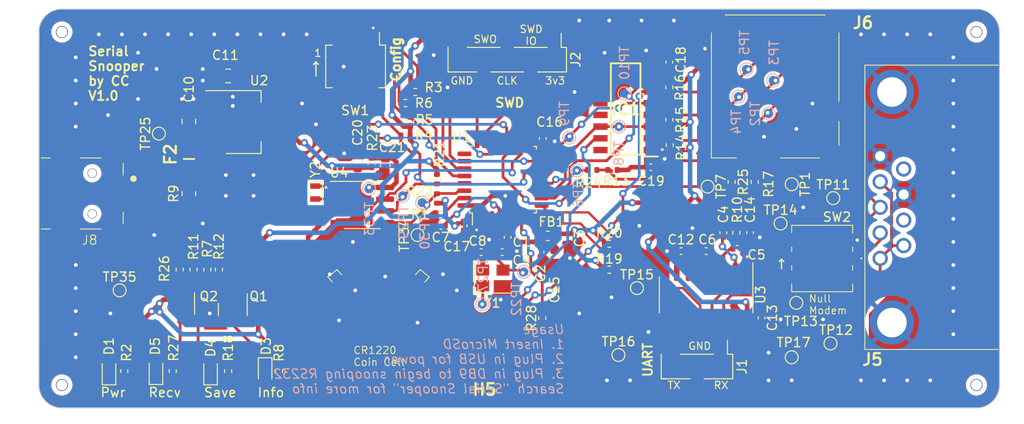
<source format=kicad_pcb>
(kicad_pcb (version 20221018) (generator pcbnew)
  (layers (0 "F.Cu" signal) (31 "B.Cu" power) (34 "B.Paste" user) (35 "F.Paste" user) (36 "B.SilkS" user "B.Silkscreen") (37 "F.SilkS" user "F.Silkscreen") (38 "B.Mask" user) (39 "F.Mask" user) (44 "Edge.Cuts" user))
  (net 0 "")
  (net 1 "+3.3VA")
  (net 2 "GND")
  (net 3 "+3.3V")
  (net 4 "/RS232-UART/VS+")
  (net 5 "/RS232-UART/C1+")
  (net 6 "/RS232-UART/C1-")
  (net 7 "/RS232-UART/C2+")
  (net 8 "/RS232-UART/C2-")
  (net 9 "/NRST")
  (net 10 "/HSE_IN")
  (net 11 "/HSE_OUT")
  (net 12 "/RS232-UART/VS-")
  (net 13 "Net-(C14-Pad1)")
  (net 14 "/RealtimeClock/RTC_Vdd")
  (net 15 "/PWR_LED_C")
  (net 16 "Net-(D3-K)")
  (net 17 "Net-(D3-A)")
  (net 18 "/SD-card-adapter/SD_CS")
  (net 19 "Net-(D5-A)")
  (net 20 "/SD-card-adapter/SD_CLK")
  (net 21 "/SPI1_CLK")
  (net 22 "/SD-card-adapter/SD_DI")
  (net 23 "/SPI1_MOSI")
  (net 24 "/SPI1_CS")
  (net 28 "Net-(IC1-6Y)")
  (net 30 "/USART2_RX")
  (net 31 "/USART2_TX")
  (net 32 "/SWDIO")
  (net 33 "/SWCLK")
  (net 34 "/TRACE_SWO")
  (net 35 "/TIM2_CH2")
  (net 36 "Net-(J5-Pad1)")
  (net 37 "/RS232-UART/DB9_RXD")
  (net 38 "/RS232-UART/DB9_TXD")
  (net 42 "/SD-card-adapter/SD_DO")
  (net 44 "/SD-card-adapter/SD_DETECT")
  (net 48 "Net-(Q1-B)")
  (net 49 "Net-(Q2-B)")
  (net 50 "Net-(Q2-C)")
  (net 51 "/BOOT0")
  (net 52 "/DIPSWITCH_4")
  (net 53 "/DIPSWITCH_3")
  (net 54 "/DIPSWITCH_2")
  (net 55 "/DIPSWITCH_1")
  (net 56 "/COMMS_LED")
  (net 57 "Net-(R11-Pad2)")
  (net 58 "/STATUS_LED")
  (net 59 "/I2C1_SCL")
  (net 60 "/I2C1_SDA")
  (net 61 "/SPI1_MISO")
  (net 62 "/CARD_DETECT")
  (net 63 "/RS232-UART/R1IN")
  (net 64 "/RS232-UART/T1OUT")
  (net 65 "Net-(U4-OSCO)")
  (net 66 "Net-(U4-OSCI)")
  (net 67 "/RTC_IRQ")
  (net 73 "/SD-card-adapter/SD_LED_ANODE")
  (net 74 "/RealtimeClock/Battery+")
  (net 75 "/VBUS_after_fuse")
  (net 76 "Net-(J8-VBUS)")
  (net 77 "Net-(F2-Pad1)")
  (footprint "LED_SMD:LED_0603_1608Metric" (layer "F.Cu") (at 116.186666 109.9625 90)
    (fp_text reference "D5")
    (fp_text value "YELLOW")
  )
  (footprint "Capacitor_SMD:C_0402_1005Metric" (layer "F.Cu") (at 169.75 87.9)
    (fp_text reference "C19")
    (fp_text value "100n")
  )
  (footprint "TestPoint:TestPoint_Pad_D1.0mm" (layer "F.Cu") (at 144.5 95.25 90)
    (fp_text reference "TP34")
    (fp_text value "TestPoint")
  )
  (footprint "Capacitor_SMD:C_0402_1005Metric" (layer "F.Cu") (at 177.6 95 90)
    (fp_text reference "C4")
    (fp_text value "100n")
  )
  (footprint "LED_SMD:LED_0603_1608Metric" (layer "F.Cu") (at 122.093332 110 90)
    (fp_text reference "D4")
    (fp_text value "RED_SD")
  )
  (footprint "Capacitor_SMD:C_0402_1005Metric" (layer "F.Cu") (at 147.02 94.25 180)
    (fp_text reference "C7")
    (fp_text value "100n")
  )
  (footprint "MyLibrary:DPDT-SMD-MS-22D28G2-B" (layer "F.Cu") (at 191.6 95.3 -90)
    (fp_text reference "SW2")
    (fp_text value "SW_DPDT_x2")
  )
  (footprint "Capacitor_SMD:C_0402_1005Metric" (layer "F.Cu") (at 151.38 97.106)
    (fp_text reference "C8")
    (fp_text value "15p")
  )
  (footprint "Capacitor_SMD:C_0805_2012Metric" (layer "F.Cu") (at 124 78.01 180)
    (fp_text reference "C11")
    (fp_text value "22u")
  )
  (footprint "TestPoint:TestPoint_Pad_D1.0mm" (layer "F.Cu") (at 185 89.75 -90)
    (fp_text reference "TP1")
    (fp_text value "TestPoint")
  )
  (footprint "Resistor_SMD:R_0402_1005Metric" (layer "F.Cu") (at 112.75 110 90)
    (fp_text reference "R2")
    (fp_text value "1k5")
  )
  (footprint "Resistor_SMD:R_0402_1005Metric" (layer "F.Cu") (at 179 95 90)
    (fp_text reference "R10")
    (fp_text value "DNP")
  )
  (footprint "Resistor_SMD:R_0402_1005Metric" (layer "F.Cu") (at 146.6 89.2 -90)
    (fp_text reference "R21")
    (fp_text value "10K")
  )
  (footprint "Resistor_SMD:R_0402_1005Metric" (layer "F.Cu") (at 143.702513 82.99 90)
    (fp_text reference "R5")
    (fp_text value "10k")
  )
  (footprint "Resistor_SMD:R_0402_1005Metric" (layer "F.Cu") (at 165.6 88.2 180)
    (fp_text reference "R13")
    (fp_text value "47k")
  )
  (footprint "TestPoint:TestPoint_Pad_D1.0mm" (layer "F.Cu") (at 189.2 107)
    (fp_text reference "TP12")
    (fp_text value "TestPoint")
  )
  (footprint "Resistor_SMD:R_0402_1005Metric" (layer "F.Cu") (at 171.8 85.51 90)
    (fp_text reference "R14")
    (fp_text value "47k")
  )
  (footprint "Package_TO_SOT_SMD:SOT-23" (layer "F.Cu") (at 124.5 103.3125 -90)
    (fp_text reference "Q1")
    (fp_text value "MMBT3904")
  )
  (footprint "TestPoint:TestPoint_Pad_D1.0mm" (layer "F.Cu") (at 189.5 91.25)
    (fp_text reference "TP11")
    (fp_text value "TestPoint")
  )
  (footprint "Capacitor_SMD:C_0402_1005Metric" (layer "F.Cu") (at 175.75 97 180)
    (fp_text reference "C6")
    (fp_text value "100n")
  )
  (footprint "Resistor_SMD:R_0402_1005Metric" (layer "F.Cu") (at 139.515 87.43 -90)
    (fp_text reference "R23")
    (fp_text value "1k5")
  )
  (footprint "Crystal:Crystal_SMD_3225-4Pin_3.2x2.5mm" (layer "F.Cu") (at 152.65 99.9)
    (fp_text reference "Y1")
    (fp_text value "16MHz")
  )
  (footprint "Connector_PinHeader_2.54mm:PinHeader_1x05_P2.54mm_Vertical_SMD_Pin1Left" (layer "F.Cu") (at 154.21 76.25 -90)
    (fp_text reference "J2")
    (fp_text value "Conn_01x05_Pin")
  )
  (footprint "Package_SO:SOIC-16_3.9x9.9mm_P1.27mm" (layer "F.Cu") (at 175.735 101.725 -90)
    (fp_text reference "U3")
    (fp_text value "MAX3232")
  )
  (footprint "Resistor_SMD:R_0402_1005Metric" (layer "F.Cu") (at 171.75 79.25 -90)
    (fp_text reference "R16")
    (fp_text value "47k")
  )
  (footprint "Resistor_SMD:R_0402_1005Metric" (layer "F.Cu") (at 118 110 90)
    (fp_text reference "R27")
    (fp_text value "330R")
  )
  (footprint "Resistor_SMD:R_0402_1005Metric" (layer "F.Cu") (at 144.26 79.75)
    (fp_text reference "R3")
    (fp_text value "10k")
  )
  (footprint "Resistor_SMD:R_0402_1005Metric" (layer "F.Cu") (at 147.01 93)
    (fp_text reference "R1")
    (fp_text value "10k")
  )
  (footprint "Capacitor_SMD:C_0402_1005Metric" (layer "F.Cu") (at 160.862 95.6 -90)
    (fp_text reference "C3")
    (fp_text value "1u")
  )
  (footprint "Capacitor_SMD:C_0402_1005Metric" (layer "F.Cu") (at 157.814 97.096 -90)
    (fp_text reference "C2")
    (fp_text value "1u")
  )
  (footprint "Capacitor_SMD:C_0402_1005Metric" (layer "F.Cu") (at 181.735 104.225 -90)
    (fp_text reference "C13")
    (fp_text value "100n")
  )
  (footprint "Capacitor_SMD:C_0603_1608Metric" (layer "F.Cu") (at 138.015 87.22 90)
    (fp_text reference "C20")
    (fp_text value "10u")
  )
  (footprint "TestPoint:TestPoint_Pad_D1.0mm" (layer "F.Cu") (at 168.25 101)
    (fp_text reference "TP15")
    (fp_text value "TestPoint")
  )
  (footprint "Resistor_SMD:R_0402_1005Metric" (layer "F.Cu") (at 118.75 98.99 90)
    (fp_text reference "R26")
    (fp_text value "1k5")
  )
  (footprint "MyLibrary:5025700893" (layer "F.Cu") (at 183.212 79.15)
    (fp_text reference "J6")
    (fp_text value "Micro_SD_Card_Det1" hide)
  )
  (footprint "Capacitor_SMD:C_0603_1608Metric" (layer "F.Cu") (at 141.015 87.715 -90)
    (fp_text reference "C21")
    (fp_text value "10u")
  )
  (footprint "TestPoint:TestPoint_Pad_D1.0mm" (layer "F.Cu") (at 185.5 102.6 180)
    (fp_text reference "TP13")
    (fp_text value "TestPoint")
  )
  (footprint "Capacitor_SMD:C_0402_1005Metric" (layer "F.Cu") (at 153.666 97.106)
    (fp_text reference "C9")
    (fp_text value "15p")
  )
  (footprint "TestPoint:TestPoint_Pad_D1.0mm" (layer "F.Cu") (at 112.25 101.25)
    (fp_text reference "TP35")
    (fp_text value "TestPoint")
  )
  (footprint "Resistor_SMD:R_0402_1005Metric" (layer "F.Cu") (at 165.25 99.01)
    (fp_text reference "R19")
    (fp_text value "47k")
  )
  (footprint "Resistor_SMD:R_0402_1005Metric" (layer "F.Cu") (at 171.75 82.76 90)
    (fp_text reference "R15")
    (fp_text value "47k")
  )
  (footprint "Button_Switch_SMD:SW_DIP_SPSTx04_Slide_Omron_A6H-4101_W6.15mm_P1.27mm" (layer "F.Cu") (at 137.795 76.975 -90)
    (fp_text reference "SW1")
    (fp_text value "SW_DIP_x04")
  )
  (footprint "Inductor_SMD:L_0603_1608Metric" (layer "F.Cu") (at 158.6015 95.346 180)
    (fp_text reference "FB1")
    (fp_text value "120R")
  )
  (footprint "MyLibrary:L717SDE09P1ACH" (layer "F.Cu") (at 194.58 97.785 90)
    (fp_text reference "J5")
    (fp_text value "L717SDE09P1ACH" hide)
  )
  (footprint "Package_QFP:LQFP-32_7x7mm_P0.8mm" (layer "F.Cu") (at 153.75 89.25 90)
    (fp_text reference "U1")
    (fp_text value "STM32F303K8T6")
  )
  (footprint "Capacitor_SMD:C_0402_1005Metric" (layer "F.Cu") (at 179.1 96.75 180)
    (fp_text reference "C5")
    (fp_text value "100n")
  )
  (footprint "Resistor_SMD:R_0402_1005Metric" (layer "F.Cu") (at 124 110 90)
    (fp_text reference "R18")
    (fp_text value "1k5")
  )
  (footprint "TestPoint:TestPoint_Pad_D1.0mm" (layer "F.Cu") (at 175.9 90 -90)
    (fp_text reference "TP7")
    (fp_text value "TestPoint")
  )
  (footprint "TestPoint:TestPoint_Pad_D1.0mm" (layer "F.Cu") (at 166.25 108.25)
    (fp_text reference "TP16")
    (fp_text value "TestPoint")
  )
  (footprint "Resistor_SMD:R_0402_1005Metric" (layer "F.Cu") (at 143.19 84.45 180)
    (fp_text reference "R4")
    (fp_text value "10k")
  )
  (footprint "MyLibrary:USB-MINI-10033526-N3212LF" (layer "F.Cu") (at 108.25 90.75 -90)
    (fp_text reference "J8")
    (fp_text value "USB_B_Mini")
  )
  (footprint "Resistor_SMD:R_0402_1005Metric" (layer "F.Cu") (at 165.25 96.2)
    (fp_text reference "R20")
    (fp_text value "47k")
  )
  (footprint "Capacitor_SMD:C_0402_1005Metric" (layer "F.Cu") (at 149.5 94.25 -90)
    (fp_text reference "C17")
    (fp_text value "100n")
  )
  (footprint "MyLibrary:ToolingHole" (layer "F.Cu") (at 106 73.25)
    (fp_text reference "H4" hide)
    (fp_text value "MountingHole")
  )
  (footprint "LED_SMD:LED_0603_1608Metric" (layer "F.Cu") (at 128 110.04 -90)
    (fp_text reference "D3")
    (fp_text value "RED")
  )
  (footprint "Connector_PinHeader_2.54mm:PinHeader_1x03_P2.54mm_Vertical_SMD_Pin1Left" (layer "F.Cu") (at 174.75 109.5 -90)
    (fp_text reference "J1")
    (fp_text value "Conn_01x03_Pin")
  )
  (footprint "Resistor_SMD:R_0402_1005Metric" (layer "F.Cu") (at 178.5 89.49 90)
    (fp_text reference "R25")
    (fp_text value "0R")
  )
  (footprint "Capacitor_SMD:C_0402_1005Metric" (layer "F.Cu") (at 158.062 84.789 -90)
    (fp_text reference "C16")
    (fp_text value "100n")
  )
  (footprint "Package_SO:SOIC-8_3.9x4.9mm_P1.27mm" (layer "F.Cu") (at 138.515 91.995)
    (fp_text reference "U4")
    (fp_text value "PCF8523T")
  )
  (footprint "MyLibrary:SOIC127P600X175-16N" (layer "F.Cu") (at 167.025 81.595 180)
    (fp_text reference "IC1")
    (fp_text value "74HC4050D,653" hide)
  )
  (footprint "Resistor_SMD:R_0402_1005Metric" (layer "F.Cu") (at 123 99 90)
    (fp_text reference "R12")
    (fp_text value "1k5")
  )
  (footprint "Resistor_SMD:R_0402_1005Metric" (layer "F.Cu") (at 181 89.49 90)
    (fp_text reference "R17")
    (fp_text value "47k")
  )
  (footprint "MyLibrary:ToolingHole" (layer "F.Cu") (at 205 111.5)
    (fp_text reference "H1" hide)
    (fp_text value "MountingHole")
  )
  (footprint "Resistor_SMD:R_0402_1005Metric" (layer "F.Cu") (at 120.25 98.99 90)
    (fp_text reference "R11")
    (fp_text value "0R")
  )
  (footprint "TestPoint:TestPoint_Pad_D1.0mm" (layer "F.Cu") (at 185 108.5)
    (fp_text reference "TP17")
    (fp_text value "TestPoint")
  )
  (footprint "Capacitor_SMD:C_0402_1005Metric" (layer "F.Cu") (at 173.02 97)
    (fp_text reference "C12")
    (fp_text value "100n")
  )
  (footprint "LED_SMD:LED_0603_1608Metric" (layer "F.Cu") (at 111.1 110 90)
    (fp_text reference "D1")
    (fp_text value "GREEN")
  )
  (footprint "Capacitor_SMD:C_0402_1005Metric" (layer "F.Cu") (at 154.25 95.5 -90)
    (fp_text reference "C1")
    (fp_text value "10n")
  )
  (footprint "MyLibrary:FUSC2214X100N" (layer "F.Cu") (at 119.75 87.01 90)
    (fp_text reference "F2")
    (fp_text value "0ZCK0020FF2G" hide)
  )
  (footprint "TestPoint:TestPoint_Pad_D1.0mm" (layer "F.Cu") (at 116.5 84.26 90)
    (fp_text reference "TP25")
    (fp_text value "TestPoint")
  )
  (footprint "Capacitor_SMD:C_0805_2012Metric" (layer "F.Cu") (at 119.75 82.96 90)
    (fp_text reference "C10")
    (fp_text value "22u")
  )
  (footprint "Package_TO_SOT_SMD:SOT-223-3_TabPin2" (layer "F.Cu") (at 125.65 83.01)
    (fp_text reference "U2")
    (fp_text value "AMS1117-3.3")
  )
  (footprint "Capacitor_SMD:C_0603_1608Metric" (layer "F.Cu") (at 159.338 97.645 -90)
    (fp_text reference "C15")
    (fp_text value "10u")
  )
  (footprint "Resistor_SMD:R_0402_1005Metric" (layer "F.Cu") (at 129.5 110.01 90)
    (fp_text reference "R8")
    (fp_text value "330R")
  )
  (footprint "Resistor_SMD:R_0402_1005Metric" (layer "F.Cu") (at 158 104.26 90)
    (fp_text reference "R28")
    (fp_text value "0R")
  )
  (footprint "MyLibrary:ToolingHole" (layer "F.Cu") (at 106 111.5)
    (fp_text reference "H3" hide)
    (fp_text value "MountingHole")
  )
  (footprint "TestPoint:TestPoint_Pad_D1.0mm" (layer "F.Cu") (at 183.8 94)
    (fp_text reference "TP14")
    (fp_text value "TestPoint")
  )
  (footprint "Resistor_SMD:R_0805_2012Metric" (layer "F.Cu") (at 119.75 90.76 90)
    (fp_text reference "R9")
    (fp_text value "0R")
  )
  (footprint "Crystal:Crystal_SMD_2012-2Pin_2.0x1.2mm" (layer "F.Cu") (at 133.43 90.65 -90)
    (fp_text reference "Y2")
    (fp_text value "32.768")
  )
  (footprint "MyLibrary:2894" (layer "F.Cu") (at 140.28 104.8)
    (fp_text reference "H5")
    (fp_text value "2894" hide)
  )
  (footprint "Resistor_SMD:R_0402_1005Metric" (layer "F.Cu") (at 163.4 88.2)
    (fp_text reference "R24")
    (fp_text value "0R")
  )
  (footprint "Package_TO_SOT_SMD:SOT-23" (layer "F.Cu") (at 118.8 103.1875 -90)
    (fp_text reference "Q2")
    (fp_text value "MMBT3906")
  )
  (footprint "Resistor_SMD:R_0402_1005Metric" (layer "F.Cu") (at 143.19 80.95 180)
    (fp_text reference "R6")
    (fp_text value "10k")
  )
  (footprint "MyLibrary:ToolingHole" (layer "F.Cu") (at 205 73.25)
    (fp_text reference "H2" hide)
    (fp_text value "MountingHole")
  )
  (footprint "Capacitor_SMD:C_0402_1005Metric" (layer "F.Cu") (at 171.75 76.5 -90)
    (fp_text reference "C18")
    (fp_text value "100n")
  )
  (footprint "Resistor_SMD:R_0402_1005Metric" (layer "F.Cu") (at 146.6 91.29 90)
    (fp_text reference "R22")
    (fp_text value "10K")
  )
  (footprint "Capacitor_SMD:C_0402_1005Metric" (layer "F.Cu") (at 180.5 95 -90)
    (fp_text reference "C14")
    (fp_text value "100n")
  )
  (footprint "Resistor_SMD:R_0402_1005Metric" (layer "F.Cu") (at 121.75 99 -90)
    (fp_text reference "R7")
    (fp_text value "DNP")
  )
  (footprint "TestPoint:TestPoint_Pad_D1.0mm" (layer "B.Cu") (at 161.75 88.25 -90)
    (fp_text reference "TP6")
    (fp_text value "TestPoint")
  )
  (footprint "TestPoint:TestPoint_Pad_D1.0mm" (layer "B.Cu") (at 160.9 84.7 -90)
    (fp_text reference "TP9")
    (fp_text value "TestPoint")
  )
  (footprint "TestPoint:TestPoint_Pad_D1.0mm" (layer "B.Cu") (at 145 91.75 90)
    (fp_text reference "TP30")
    (fp_text value "TestPoint")
  )
  (footprint "TestPoint:TestPoint_Pad_D1.0mm" (layer "B.Cu") (at 183 78.5 -90)
    (fp_text reference "TP3")
    (fp_text value "TestPoint")
  )
  (footprint "TestPoint:TestPoint_Pad_D1.0mm" (layer "B.Cu") (at 156 99.25 180)
    (fp_text reference "TP22")
    (fp_text value "TestPoint")
  )
  (footprint "TestPoint:TestPoint_Pad_D1.0mm" (layer "B.Cu") (at 166.3 83.5 -90)
    (fp_text reference "TP8")
    (fp_text value "TestPoint")
  )
  (footprint "TestPoint:TestPoint_Pad_D1.0mm" (layer "B.Cu") (at 166.9 79.9 -90)
    (fp_text reference "TP10")
    (fp_text value "TestPoint")
  )
  (footprint "TestPoint:TestPoint_Pad_D1.0mm" (layer "B.Cu") (at 151.5 102.75 180)
    (fp_text reference "TP27")
    (fp_text value "TestPoint")
  )
  (footprint "TestPoint:TestPoint_Pad_D1.0mm" (layer "B.Cu") (at 142.9 91 90)
    (fp_text reference "TP29")
    (fp_text value "TestPoint")
  )
  (footprint "TestPoint:TestPoint_Pad_D1.0mm" (layer "B.Cu") (at 180.1 77.3 -90)
    (fp_text reference "TP5")
    (fp_text value "TestPoint")
  )
  (footprint "TestPoint:TestPoint_Pad_D1.0mm" (layer "B.Cu") (at 182.5 82.1 -90)
    (fp_text reference "TP2")
    (fp_text value "TestPoint")
  )
  (footprint "TestPoint:TestPoint_Pad_D1.0mm" (layer "B.Cu") (at 179.25 80.25 -90)
    (fp_text reference "TP4")
    (fp_text value "TestPoint")
  )
  (footprint "TestPoint:TestPoint_Pad_D1.0mm" (layer "B.Cu") (at 139.25 90.25 90)
    (fp_text reference "TP33")
    (fp_text value "TestPoint")
  )
  (gr_circle (center 171 86) (end 171.15 86) (stroke (width 0.01)) (fill solid) (layer "F.SilkS"))
  (gr_line (start 133.25 76.75) (end 133.5 76.5) (stroke (width 0.15)) (layer "F.SilkS"))
  (gr_circle (center 139.7 72.8) (end 139.85 72.8) (stroke (width 0.01)) (fill solid) (layer "F.SilkS"))
  (gr_circle (center 150.9 94.7) (end 151.05 94.7) (stroke (width 0.01)) (fill solid) (layer "F.SilkS"))
  (gr_line (start 183.9 98.925) (end 183.9 97.875) (stroke (width 0.15)) (layer "F.SilkS"))
  (gr_line (start 183.9 97.875) (end 184.15 98.125) (stroke (width 0.15)) (layer "F.SilkS"))
  (gr_circle (center 134.6 90.1) (end 134.75 90.1) (stroke (width 0.01)) (fill solid) (layer "F.SilkS"))
  (gr_circle (center 180.2 97.6) (end 180.35 97.6) (stroke (width 0.01)) (fill solid) (layer "F.SilkS"))
  (gr_line (start 183.65 98.125) (end 183.9 97.875) (stroke (width 0.15)) (layer "F.SilkS"))
  (gr_line (start 133.5 78) (end 133.5 76.5) (stroke (width 0.15)) (layer "F.SilkS"))
  (gr_line (start 133.5 76.5) (end 133.25 76.75) (stroke (width 0.15)) (layer "F.SilkS"))
  (gr_line (start 133.5 76.5) (end 133.75 76.75) (stroke (width 0.15)) (layer "F.SilkS"))
  (gr_line (start 207.5 111.5) (end 207.5 73.25) (stroke (width 0.1)) (layer "Edge.Cuts"))
  (gr_arc (start 103.51124 73.002358) (mid 104.294633 71.420525) (end 105.927513 70.750001) (stroke (width 0.1)) (layer "Edge.Cuts"))
  (gr_arc (start 207.5 111.5) (mid 206.767767 113.267767) (end 205 114) (stroke (width 0.1)) (layer "Edge.Cuts"))
  (gr_line (start 205 114) (end 106 114) (stroke (width 0.1)) (layer "Edge.Cuts"))
  (gr_line (start 205 70.75) (end 105.927513 70.750001) (stroke (width 0.1)) (layer "Edge.Cuts"))
  (gr_line (start 103.51124 73.002358) (end 103.5 111.50124) (stroke (width 0.1)) (layer "Edge.Cuts"))
  (gr_arc (start 106 114) (mid 104.232672 113.268205) (end 103.5 111.50124) (stroke (width 0.1)) (layer "Edge.Cuts"))
  (gr_arc (start 205 70.75) (mid 206.767767 71.482233) (end 207.5 73.25) (stroke (width 0.1)) (layer "Edge.Cuts"))
  (gr_text "Usage\n1. Insert MicroSD\n2. Plug in USB for power\n3. Plug in DB9 to begin snooping RS232\nSearch {dblquote}Serial Snooper{dblquote} for more info\n" (at 160.5 112.5) (layer "B.SilkS") (effects (font (size 1 1) (thickness 0.125) italic) (justify left bottom mirror)))
  (gr_text "3v3" (at 158.25 79) (layer "F.SilkS") (effects (font (size 0.8 0.8) (thickness 0.12)) (justify left bottom)))
  (gr_text "SWO" (at 150.5 74.5) (layer "F.SilkS") (effects (font (size 0.8 0.8) (thickness 0.12)) (justify left bottom)))
  (gr_text "CLK" (at 153 79) (layer "F.SilkS") (effects (font (size 0.8 0.8) (thickness 0.12) bold) (justify left bottom)))
  (gr_text "Save" (at 121.3 112.9) (layer "F.SilkS") (effects (font (size 1 1)) (justify left bottom)))
  (gr_text "Recv" (at 115.3 112.9) (layer "F.SilkS") (effects (font (size 1 1)) (justify left bottom)))
  (gr_text "GND" (at 148 79) (layer "F.SilkS") (effects (font (size 0.8 0.8) (thickness 0.12)) (justify left bottom)))
  (gr_text "Pwr" (at 110.1 112.9) (layer "F.SilkS") (effects (font (size 1 1)) (justify left bottom)))
  (gr_text "UART" (at 170 110.75 90) (layer "F.SilkS") (effects (font (size 1 1) (thickness 0.2) bold) (justify left bottom)))
  (gr_text "1" (at 133.25 76) (layer "F.SilkS") (effects (font (size 0.8 0.8) (thickness 0.12)) (justify left bottom)))
  (gr_text "Serial \nSnooper\nby CC\nV1.0" (at 108.75 80.75) (layer "F.SilkS") (effects (font (size 1 1) (thickness 0.2) bold) (justify left bottom)))
  (gr_text "SWD\nIO" (at 156.8 74.7) (layer "F.SilkS") (effects (font (size 0.8 0.8) (thickness 0.12)) (justify bottom)))
  (gr_text "Null \nModem" (at 186.8 103.9) (layer "F.SilkS") (effects (font (size 0.8 0.8) (thickness 0.1)) (justify left bottom)))
  (gr_text "GND" (at 173.75 107.75) (layer "F.SilkS") (effects (font (size 0.8 0.8) (thickness 0.12) bold) (justify left bottom)))
  (gr_text "TX" (at 171.5 112) (layer "F.SilkS") (effects (font (size 0.8 0.8) (thickness 0.12) bold) (justify left bottom)))
  (gr_text "CR1220\nCoin Cell" (at 137.5 109.5) (layer "F.SilkS") (effects (font (size 0.8 0.8) (thickness 0.1)) (justify left bottom)))
  (gr_text "RX" (at 176.5 112) (layer "F.SilkS") (effects (font (size 0.8 0.8) (thickness 0.12) bold) (justify left bottom)))
  (gr_text "SWD" (at 152.8 81.5) (layer "F.SilkS") (effects (font (size 1 1) (thickness 0.2) bold) (justify left bottom)))
  (gr_text "Info" (at 127.1 112.9) (layer "F.SilkS") (effects (font (size 1 1)) (justify left bottom)))
  (gr_text "Config" (at 142.75 78.75 90) (layer "F.SilkS") (effects (font (size 1 1) (thickness 0.25) bold) (justify left bottom)))
  (segment (start 157.198 96) (end 157.814 96) (width 0.5) (layer "F.Cu") (net 1))
  (segment (start 157.814 95.346) (end 157.814 96) (width 0.5) (layer "F.Cu") (net 1))
  (segment (start 154.25 95.02) (end 154.434386 95.02) (width 0.5) (layer "F.Cu") (net 1))
  (segment (start 154.15 93.425) (end 154.15 94.92) (width 0.5) (layer "F.Cu") (net 1))
  (segment (start 157.198 96) (end 157.814 96.616) (width 0.5) (layer "F.Cu") (net 1))
  (segment (start 154.434386 95.02) (end 155.414386 96) (width 0.5) (layer "F.Cu") (net 1))
  (segment (start 154.15 94.92) (end 154.25 95.02) (width 0.5) (layer "F.Cu") (net 1))
  (segment (start 157.16 96) (end 157.814 95.346) (width 0.5) (layer "F.Cu") (net 1))
  (segment (start 155.414386 96) (end 157.814 96) (width 0.5) (layer "F.Cu") (net 1))
  (segment (start 157.16 96) (end 157.198 96) (width 0.5) (layer "F.Cu") (net 1))
  (segment (start 157.814 96) (end 157.814 96.616) (width 0.5) (layer "F.Cu") (net 1))
  (segment (start 154.25 97.002) (end 154.146 97.106) (width 0.5) (layer "F.Cu") (net 2))
  (segment (start 171.5 97) (end 171.29 97.21) (width 0.5) (layer "F.Cu") (net 2))
  (segment (start 140.26 88.49) (end 139.875 88.875) (width 0.5) (layer "F.Cu") (net 2))
  (segment (start 160.862 97.612) (end 161 97.75) (width 0.5) (layer "F.Cu") (net 2))
  (segment (start 172.56 104.2) (end 172.56 104.753528) (width 0.5) (layer "F.Cu") (net 2))
  (segment (start 152.547918 91) (end 154 91) (width 0.5) (layer "F.Cu") (net 2))
  (segment (start 172.56 104.753528) (end 171.563528 105.75) (width 0.5) (layer "F.Cu") (net 2))
  (segment (start 157.814 97.814) (end 158.42 98.42) (width 0.5) (layer "F.Cu") (net 2))
  (segment (start 181.5305 95.48) (end 180.5 95.48) (width 0.5) (layer "F.Cu") (net 2))
  (segment (start 154.25 95.98) (end 154.25 97.002) (width 0.5) (layer "F.Cu") (net 2))
  (segment (start 171.563528 105.75) (end 169.5 105.75) (width 0.5) (layer "F.Cu") (net 2))
  (segment (start 151.86 97.106) (end 151.86 97.64) (width 0.5) (layer "F.Cu") (net 2))
  (segment (start 160.862 96.08) (end 160.862 97.612) (width 0.5) (layer "F.Cu") (net 2))
  (segment (start 151.497918 92.05) (end 152.547918 91) (width 0.5) (layer "F.Cu") (net 2))
  (segment (start 136.5995 86.445) (end 138.015 86.445) (width 0.5) (layer "F.Cu") (net 2))
  (segment (start 151.86 97.64) (end 151.5 98) (width 0.5) (layer "F.Cu") (net 2))
  (segment (start 151.5 98) (end 151.55 98.05) (width 0.5) (layer "F.Cu") (net 2))
  (segment (start 171.29 97.21) (end 171.29 99.25) (width 0.5) (layer "F.Cu") (net 2))
  (segment (start 151.86 97.106) (end 151.86 96.14) (width 0.5) (layer "F.Cu") (net 2))
  (segment (start 158.062 86.313) (end 157.925 86.45) (width 0.5) (layer "F.Cu") (net 2))
  (segment (start 159.171046 85.269) (end 159.345023 85.095023) (width 0.5) (layer "F.Cu") (net 2))
  (segment (start 141.015 88.49) (end 140.26 88.49) (width 0.5) (layer "F.Cu") (net 2))
  (segment (start 151.55 98.05) (end 151.55 99.05) (width 0.5) (layer "F.Cu") (net 2))
  (segment (start 171.5 97) (end 172.54 97) (width 0.5) (layer "F.Cu") (net 2))
  (segment (start 157.814 97.576) (end 157.814 97.814) (width 0.5) (layer "F.Cu") (net 2))
  (segment (start 154.146 97.106) (end 155.144 97.106) (width 0.5) (layer "F.Cu") (net 2))
  (segment (start 155.144 97.106) (end 155.25 97) (width 0.5) (layer "F.Cu") (net 2))
  (segment (start 158.062 85.269) (end 159.171046 85.269) (width 0.5) (layer "F.Cu") (net 2))
  (segment (start 160.33 98.42) (end 161 97.75) (width 0.5) (layer "F.Cu") (net 2))
  (segment (start 153.75 100.75) (end 153.75 102) (width 0.5) (layer "F.Cu") (net 2))
  (segment (start 149.575 92.05) (end 151.497918 92.05) (width 0.5) (layer "F.Cu") (net 2))
  (segment (start 151.86 96.14) (end 152.25 95.75) (width 0.5) (layer "F.Cu") (net 2))
  (segment (start 158.42 98.42) (end 159.338 98.42) (width 0.5) (layer "F.Cu") (net 2))
  (segment (start 170.35 87.9) (end 171.25 87) (width 0.5) (layer "F.Cu") (net 2))
  (segment (start 181.5505 95.5) (end 181.5305 95.48) (width 0.5) (layer "F.Cu") (net 2))
  (segment (start 158.062 85.269) (end 158.062 86.313) (width 0.5) (layer "F.Cu") (net 2))
  (segment (start 170.23 87.9) (end 170.35 87.9) (width 0.5) (layer "F.Cu") (net 2))
  (segment (start 153.75 102) (end 153.5 102.25) (width 0.5) (layer "F.Cu") (net 2))
  (segment (start 159.338 98.42) (end 160.33 98.42) (width 0.5) (layer "F.Cu") (net 2))
  (segment (start 136.555 86.4005) (end 136.5995 86.445) (width 0.5) (layer "F.Cu") (net 2))
  (via (at 161 97.75) (size 0.8) (drill 0.4) (layers "F.Cu" "B.Cu") (net 2))
  (via (at 172.25 72) (size 0.8) (drill 0.4) (layers "F.Cu" "B.Cu") (net 2))
  (via (at 136.555 86.4005) (size 0.8) (drill 0.4) (layers "F.Cu" "B.Cu") (net 2))
  (via (at 127.5 73.5) (size 0.8) (drill 0.4) (layers "F.Cu" "B.Cu") (net 2))
  (via (at 141 99.75) (size 0.8) (drill 0.4) (layers "F.Cu" "B.Cu") (net 2))
  (via (at 126.75 88.75) (size 0.8) (drill 0.4) (layers "F.Cu" "B.Cu") (net 2))
  (via (at 117.5 73.5) (size 0.8) (drill 0.4) (layers "F.Cu" "B.Cu") (net 2))
  (via (at 136.5 77) (size 0.8) (drill 0.4) (layers "F.Cu" "B.Cu") (net 2))
  (via (at 154 91) (size 0.8) (drill 0.4) (layers "F.Cu" "B.Cu") (net 2))
  (via (at 116 95.25) (size 0.8) (drill 0.4) (layers "F.Cu" "B.Cu") (net 2))
  (via (at 165.5 102) (size 0.8) (drill 0.4) (layers "F.Cu" "B.Cu") (net 2))
  (via (at 202.5 91) (size 0.8) (drill 0.4) (layers "F.Cu" "B.Cu") (net 2))
  (via (at 125 73.5) (size 0.8) (drill 0.4) (layers "F.Cu" "B.Cu") (net 2))
  (via (at 107.5 78.5) (size 0.8) (drill 0.4) (layers "F.Cu" "B.Cu") (net 2))
  (via (at 167.5 111) (size 0.8) (drill 0.4) (layers "F.Cu" "B.Cu") (net 2))
  (via (at 123.75 88.75) (size 0.8) (drill 0.4) (layers "F.Cu" "B.Cu") (net 2))
  (via (at 114.25 75.5) (size 0.8) (drill 0.4) (layers "F.Cu" "B.Cu") (net 2))
  (via (at 121.25 94) (size 0.8) (drill 0.4) (layers "F.Cu" "B.Cu") (net 2))
  (via (at 186.25 92.25) (size 0.8) (drill 0.4) (layers "F.Cu" "B.Cu") (net 2))
  (via (at 107.5 76) (size 0.8) (drill 0.4) (layers "F.Cu" "B.Cu") (net 2))
  (via (at 122.5 73.5) (size 0.8) (drill 0.4) (layers "F.Cu" "B.Cu") (net 2))
  (via (at 162 103.75) (size 0.8) (drill 0.4) (layers "F.Cu" "B.Cu") (net 2))
  (via (at 202.5 76) (size 0.8) (drill 0.4) (layers "F.Cu" "B.Cu") (net 2))
  (via (at 111 82.25) (size 0.8) (drill 0.4) (layers "F.Cu" "B.Cu") (net 2))
  (via (at 202.5 106) (size 0.8) (drill 0.4) (layers "F.Cu" "B.Cu") (net 2))
  (via (at 185 111) (size 0.8) (drill 0.4) (layers "F.Cu" "B.Cu") (net 2))
  (via (at 188.4 104.4) (size 0.8) (drill 0.4) (layers "F.Cu" "B.Cu") (net 2))
  (via (at 182.5 108) (size 0.8) (drill 0.4) (layers "F.Cu" "B.Cu") (net 2))
  (via (at 169.5 105.75) (size 0.8) (drill 0.4) (layers "F.Cu" "B.Cu") (net 2))
  (via (at 171.5 97) (size 0.8) (drill 0.4) (layers "F.Cu" "B.Cu") (net 2))
  (via (at 132.5 73.5) (size 0.8) (drill 0.4) (layers "F.Cu" "B.Cu") (net 2))
  (via (at 144.5 104.75) (size 0.8) (drill 0.4) (layers "F.Cu" "B.Cu") (net 2))
  (via (at 164.75 75.5) (size 0.8) (drill 0.4) (layers "F.Cu" "B.Cu") (net 2))
  (via (at 155.25 97) (size 0.8) (drill 0.4) (layers "F.Cu" "B.Cu") (net 2))
  (via (at 121.25 78.51) (size 0.8) (drill 0.4) (layers "F.Cu" "B.Cu") (net 2))
  (via (at 202.5 103.5) (size 0.8) (drill 0.4) (layers "F.Cu" "B.Cu") (net 2))
  (via (at 112.5 73.5) (size 0.8) (drill 0.4) (layers "F.Cu" "B.Cu") (net 2))
  (via (at 137.75 101.25) (size 0.8) (drill 0.4) (layers "F.Cu" "B.Cu") (net 2))
  (via (at 107.5 98.5) (size 0.8) (drill 0.4) (layers "F.Cu" "B.Cu") (net 2))
  (via (at 197.5 73.5) (size 0.8) (drill 0.4) (layers "F.Cu" "B.Cu") (net 2))
  (via (at 111.25 103.75) (size 0.8) (drill 0.4) (layers "F.Cu" "B.Cu") (net 2))
  (via (at 165.25 72) (size 0.8) (drill 0.4) (layers "F.Cu" "B.Cu") (net 2))
  (via (at 200 73.5) (size 0.8) (drill 0.4) (layers "F.Cu" "B.Cu") (net 2))
  (via (at 147.75 79.25) (size 0.8) (drill 0.4) (layers "F.Cu" "B.Cu") (net 2))
  (via (at 171.25 87) (size 0.8) (drill 0.4) (layers "F.Cu" "B.Cu") (net 2))
  (via (at 146.25 75.75) (size 0.8) (drill 0.4) (layers "F.Cu" "B.Cu") (net 2))
  (via (at 185.5 83.75) (size 0.8) (drill 0.4) (layers "F.Cu" "B.Cu") (net 2))
  (via (at 130 73.5) (size 0.8) (drill 0.4) (layers "F.Cu" "B.Cu") (net 2))
  (via (at 122 103.75) (size 0.8) (drill 0.4) (layers "F.Cu" "B.Cu") (net 2))
  (via (at 202.5 86) (size 0.8) (drill 0.4) (layers "F.Cu" "B.Cu") (net 2))
  (via (at 202.5 98.5) (size 0.8) (drill 0.4) (layers "F.Cu" "B.Cu") (net 2))
  (via (at 202.5 93.5) (size 0.8) (drill 0.4) (layers "F.Cu" "B.Cu") (net 2))
  (via (at 107.5 81) (size 0.8) (drill 0.4) (layers "F.Cu" "B.Cu") (net 2))
  (via (at 183.8 104.4) (size 0.8) (drill 0.4) (layers "F.Cu" "B.Cu") (net 2))
  (via (at 192.5 111) (size 0.8) (drill 0.4) (layers "F.Cu" "B.Cu") (net 2))
  (via (at 115 73.5) (size 0.8) (drill 0.4) (layers "F.Cu" "B.Cu") (net 2))
  (via (at 107.5 108.5) (size 0.8) (drill 0.4) (layers "F.Cu" "B.Cu") (net 2))
  (via (at 135 99.5) (size 0.8) (drill 0.4) (layers "F.Cu" "B.Cu") (net 2))
  (via (at 182 84.6) (size 0.8) (drill 0.4) (layers "F.Cu" "B.Cu") (net 2))
  (via (at 152.25 95.75) (size 0.8) (drill 0.4) (layers "F.Cu" "B.Cu") (net 2))
  (via (at 168.75 72) (size 0.8) (drill 0.4) (layers "F.Cu" "B.Cu") (net 2))
  (via (at 162 72) (size 0.8) (drill 0.4) (layers "F.Cu" "B.Cu") (net 2))
  (via (at 114.25 80.51) (size 0.8) (drill 0.4) (layers "F.Cu" "B.Cu") (net 2))
  (via (at 133.5 83.25) (size 0.8) (drill 0.4) (layers "F.Cu" "B.Cu") (net 2))
  (via (at 107.5 103.5) (size 0.8) (drill 0.4) (layers "F.Cu" "B.Cu") (net 2))
  (via (at 202.5 81) (size 0.8) (drill 0.4) (layers "F.Cu" "B.Cu") (net 2))
  (via (at 147.25 99.5) (size 0.8) (drill 0.4) (layers "F.Cu" "B.Cu") (net 2))
  (via (at 148.75 101.25) (size 0.8) (drill 0.4) (layers "F.Cu" "B.Cu") (net 2))
  (via (at 119 80.51) (size 0.8) (drill 0.4) (layers "F.Cu" "B.Cu") (net 2))
  (via (at 136 104.5) (size 0.8) (drill 0.4) (layers "F.Cu" "B.Cu") (net 2))
  (via (at 120 73.5) (size 0.8) (drill 0.4) (layers "F.Cu" "B.Cu") (net 2))
  (via (at 126.75 91) (size 0.8) (drill 0.4) (layers "F.Cu" "B.Cu") (net 2))
  (via (at 137.5 96) (size 0.8) (drill 0.4) (layers "F.Cu" "B.Cu") (net 2))
  (via (at 165 111) (size 0.8) (drill 0.4) (layers "F.Cu" "B.Cu") (net 2))
  (via (at 169.25 75.25) (size 0.8) (drill 0.4) (layers "F.Cu" "B.Cu") (net 2))
  (via (at 161.5 79.75) (size 0.8) (drill 0.4) (layers "F.Cu" "B.Cu") (net 2))
  (via (at 195 73.5) (size 0.8) (drill 0.4) (layers "F.Cu" "B.Cu") (net 2))
  (via (at 174.25 94.5) (size 0.8) (drill 0.4) (layers "F.Cu" "B.Cu") (net 2))
  (via (at 181.5505 95.5) (size 0.8) (drill 0.4) (layers "F.Cu" "B.Cu") (net 2))
  (via (at 120.25 80.51) (size 0.8) (drill 0.4) (layers "F.Cu" "B.Cu") (net 2))
  (via (at 182.5 111) (size 0.8) (drill 0.4) (layers "F.Cu" "B.Cu") (net 2))
  (via (at 107.5 83.5) (size 0.8) (drill 0.4) (layers "F.Cu" "B.Cu") (net 2))
  (via (at 202.5 83.5) (size 0.8) (drill 0.4) (layers "F.Cu" "B.Cu") (net 2))
  (via (at 197.5 111) (size 0.8) (drill 0.4) (layers "F.Cu" "B.Cu") (net 2))
  (via (at 110 73.5) (size 0.8) (drill 0.4) (layers "F.Cu" "B.Cu") (net 2))
  (via (at 132 81) (size 0.8) (drill 0.4) (layers "F.Cu" "B.Cu") (net 2))
  (via (at 202.5 96) (size 0.8) (drill 0.4) (layers "F.Cu" "B.Cu") (net 2))
  (via (at 159.345023 85.095023) (size 0.8) (drill 0.4) (layers "F.Cu" "B.Cu") (net 2))
  (via (at 168.5 94.25) (size 0.8) (drill 0.4) (layers "F.Cu" "B.Cu") (net 2))
  (via (at 187.25 81) (size 0.8) (drill 0.4) (layers "F.Cu" "B.Cu") (net 2))
  (via (at 195 111) (size 0.8) (drill 0.4) (layers "F.Cu" "B.Cu") (net 2))
  (via (at 153.5 102.25) (size 0.8) (drill 0.4) (layers "F.Cu" "B.Cu") (net 2))
  (via (at 107.5 106) (size 0.8) (drill 0.4) (layers "F.Cu" "B.Cu") (net 2))
  (via (at 202.5 101) (size 0.8) (drill 0.4) (layers "F.Cu" "B.Cu") (net 2))
  (via (at 192.5 73.5) (size 0.8) (drill 0.4) (layers "F.Cu" "B.Cu") (net 2))
  (via (at 202.5 78.5) (size 0.8) (drill 0.4) (layers "F.Cu" "B.Cu") (net 2))
  (via (at 123.75 91) (size 0.8) (drill 0.4) (layers "F.Cu" "B.Cu") (net 2))
  (via (at 124.5 81.26) (size 0.8) (drill 0.4) (layers "F.Cu" "B.Cu") (net 2))
  (via (at 107.5 101) (size 0.8) (drill 0.4) (layers "F.Cu" "B.Cu") (net 2))
  (via (at 121.25 77.26) (size 0.8) (drill 0.4) (layers "F.Cu" "B.Cu") (net 2))
  (via (at 202.5 88.5) (size 0.8) (drill 0.4) (layers "F.Cu" "B.Cu") (net 2))
  (via (at 200 111) (size 0.8) (drill 0.4) (layers "F.Cu" "B.Cu") (net 2))
  (via (at 124.5 80.26) (size 0.8) (drill 0.4) (layers "F.Cu" "B.Cu") (net 2))
  (via (at 116.25 77.25) (size 0.8) (drill 0.4) (layers "F.Cu" "B.Cu") (net 2))
  (segment (start 169.75 86.04) (end 171.73 86.04) (width 0.5) (layer "F.Cu") (net 3))
  (segment (start 167.6 87.9) (end 169.27 87.9) (width 0.5) (layer "F.Cu") (net 3))
  (segment (start 173.73 86.02) (end 174 85.75) (width 0.5) (layer "F.Cu") (net 3))
  (segment (start 180.18 102.68) (end 180 102.5) (width 0.5) (layer "F.Cu") (net 3))
  (segment (start 138.015 87.995) (end 135.495 87.995) (width 0.5) (layer "F.Cu") (net 3))
  (segment (start 129.5 109.5) (end 129.5 108.25) (width 0.5) (layer "F.Cu") (net 3))
  (segment (start 171.75 78.74) (end 173.26 78.74) (width 0.5) (layer "F.Cu") (net 3))
  (segment (start 128.5 95) (end 127.25 96.25) (width 0.5) (layer "F.Cu") (net 3))
  (segment (start 164.74 95.99) (end 163.5 94.75) (width 0.5) (layer "F.Cu") (net 3))
  (segment (start 115.725 103.525) (end 116.525 103.525) (width 0.5) (layer "F.Cu") (net 3))
  (segment (start 169.25 87) (end 169.27 87.02) (width 0.5) (layer "F.Cu") (net 3))
  (segment (start 171.73 86.04) (end 171.75 86.02) (width 0.5) (layer "F.Cu") (net 3))
  (segment (start 180.18 104.2) (end 180.2 104.2) (width 0.5) (layer "F.Cu") (net 3))
  (segment (start 129.5 108.25) (end 127.25 106) (width 0.5) (layer "F.Cu") (net 3))
  (segment (start 138.07 87.94) (end 138.015 87.995) (width 0.5) (layer "F.Cu") (net 3))
  (segment (start 171.75 86.02) (end 173.73 86.02) (width 0.5) (layer "F.Cu") (net 3))
  (segment (start 167.75 91.75) (end 172.75 91.75) (width 0.5) (layer "F.Cu") (net 3))
  (segment (start 171.75 83.27) (end 173.73 83.27) (width 0.5) (layer "F.Cu") (net 3))
  (segment (start 159.338 96.87) (end 159.338 95.397) (width 0.5) (layer "F.Cu") (net 3))
  (segment (start 143.702513 83.5) (end 143 83.5) (width 0.5) (layer "F.Cu") (net 3))
  (segment (start 159.615 95.12) (end 159.389 95.346) (width 0.5) (layer "F.Cu") (net 3))
  (segment (start 173.73 83.27) (end 174 83) (width 0.5) (layer "F.Cu") (net 3))
  (segment (start 114.75 108.637315) (end 112.877315 110.51) (width 0.5) (layer "F.Cu") (net 3))
  (segment (start 127.25 96.25) (end 127.25 106) (width 0.5) (layer "F.Cu") (net 3))
  (segment (start 160.862 95.12) (end 161.070046 95.12) (width 0.5) (layer "F.Cu") (net 3))
  (segment (start 172.75 91.75) (end 173.75 91.75) (width 0.5) (layer "F.Cu") (net 3))
  (segment (start 174.125 77.875) (end 175.98 76.02) (width 0.5) (layer "F.Cu") (net 3))
  (segment (start 183.75 73.75) (end 183.75 75) (width 0.5) (layer "F.Cu") (net 3))
  (segment (start 146.6 91.8) (end 147.2 91.8) (width 0.5) (layer "F.Cu") (net 3))
  (segment (start 115.725 103.525) (end 116.575 102.675) (width 0.5) (layer "F.Cu") (net 3))
  (segment (start 148.809954 94) (end 149.27 94) (width 0.5) (layer "F.Cu") (net 3))
  (segment (start 143.75 80.9) (end 143.7 80.95) (width 0.5) (layer "F.Cu") (net 3))
  (segment (start 166.11 88.2) (end 167.3 88.2) (width 0.5) (layer "F.Cu") (net 3))
  (segment (start 143 83.5) (end 141.75 82.25) (width 0.5) (layer "F.Cu") (net 3))
  (segment (start 173.75 91.75) (end 174.5 91) (width 0.5) (layer "F.Cu") (net 3))
  (segment (start 169.75 86.5) (end 169.25 87) (width 0.5) (layer "F.Cu") (net 3))
  (segment (start 143.702513 84.447487) (end 143.7 84.45) (width 0.5) (layer "F.Cu") (net 3))
  (segment (start 131.75 85.25) (end 132.25 85.25) (width 0.5) (layer "F.Cu") (net 3))
  (segment (start 170.94 73.44) (end 171.75 74.25) (width 0.5) (layer "F.Cu") (net 3))
  (segment (start 159.29 83.96) (end 158.941 84.309) (width 0.5) (layer "F.Cu") (net 3))
  (segment (start 135.495 87.995) (end 135.25 87.75) (width 0.5) (layer "F.Cu") (net 3))
  (segment (start 175.98 76.02) (end 179 73) (width 0.5) (layer "F.Cu") (net 3))
  (segment (start 149.5 93.77) (end 150.605 93.77) (width 0.5) (layer "F.Cu") (net 3))
  (segment (start 173.25 92.25) (end 174.5 91) (width 0.5) (layer "F.Cu") (net 3))
  (segment (start 177.6 94.52) (end 177.6 94.1) (width 0.5) (layer "F.Cu") (net 3))
  (segment (start 129.51 83.01) (end 131.75 85.25) (width 0.5) (layer "F.Cu") (net 3))
  (segment (start 164.74 98.99) (end 163.75 98) (width 0.5) (layer "F.Cu") (net 3))
  (segment (start 169.27 87.02) (end 169.27 87.9) (width 0.5) (layer "F.Cu") (net 3))
  (segment (start 149.27 94) (end 149.5 93.77) (width 0.5) (layer "F.Cu") (net 3))
  (segment (start 164.74 96.2) (end 164.74 95.99) (width 0.5) (layer "F.Cu") (net 3))
  (segment (start 116.575 103.575) (end 116.6 103.6) (width 0.5) (layer "F.Cu") (net 3))
  (segment (start 181 90.75) (end 177.6 94.15) (width 0.5) (layer "F.Cu") (net 3))
  (segment (start 158.941 84.309) (end 158.062 84.309) (width 0.5) (layer "F.Cu") (net 3))
  (segment (start 146.6 88.1) (end 145.75 87.25) (width 0.5) (layer "F.Cu") (net 3))
  (segment (start 156.55 85.075) (end 157.316 84.309) (width 0.5) (layer "F.Cu") (net 3))
  (segment (start 157.316 84.309) (end 158.062 84.309) (width 0.5) (layer "F.Cu") (net 3))
  (segment (start 171.75 76.02) (end 175.98 76.02) (width 0.5) (layer "F.Cu") (net 3))
  (segment (start 116.575 102.675) (end 117 102.25) (width 0.5) (layer "F.Cu") (net 3))
  (segment (start 143.7 84.45) (end 143.7 84.9495) (width 0.5) (layer "F.Cu") (net 3))
  (segment (start 164.74 99.01) (end 164.74 98.99) (width 0.5) (layer "F.Cu") (net 3))
  (segment (start 143.7 84.9495) (end 144.25 85.4995) (width 0.5) (layer "F.Cu") (net 3))
  (segment (start 161.465546 94.7245) (end 161.5 94.7245) (width 0.5) (layer "F.Cu") (net 3))
  (segment (start 171.75 74.25) (end 171.75 76.02) (width 0.5) (layer "F.Cu") (net 3))
  (segment (start 117 102.25) (end 117.85 102.25) (width 0.5) (layer "F.Cu") (net 3))
  (segment (start 147.2 91.8) (end 147.5 91.5) (width 0.5) (layer "F.Cu") (net 3))
  (segment (start 159.29 73.44) (end 159.29 83.96) (width 0.5) (layer "F.Cu") (net 3))
  (segment (start 159.29 73.44) (end 170.94 73.44) (width 0.5) (layer "F.Cu") (net 3))
  (segment (start 158.35 72.5) (end 159.29 73.44) (width 0.5) (layer "F.Cu") (net 3))
  (segment (start 139.515 87.94) (end 138.07 87.94) (width 0.5) (layer "F.Cu") (net 3))
  (segment (start 128.8 83.01) (end 129.51 83.01) (width 0.5) (layer "F.Cu") (net 3))
  (segment (start 116.575 102.675) (end 116.575 103.575) (width 0.5) (layer "F.Cu") (net 3))
  (segment (start 169.5 96) (end 173.25 92.25) (width 0.5) (layer "F.Cu") (net 3))
  (segment (start 181 90) (end 181 90.75) (width 0.5) (layer "F.Cu") (net 3))
  (segment (start 180.705 104.705) (end 181.735 104.705) (width 0.5) (layer "F.Cu") (net 3))
  (segment (start 112.877315 110.51) (end 112.75 110.51) (width 0.5) (layer "F.Cu") (net 3))
  (segment (start 180.18 104.2) (end 180.18 102.68) (width 0.5) (layer "F.Cu") (net 3))
  (segment (start 172.75 91.75) (end 173.25 92.25) (width 0.5) (layer "F.Cu") (net 3))
  (segment (start 177.6 94.15) (end 177.6 94.52) (width 0.5) (layer "F.Cu") (net 3))
  (segment (start 143.702513 83.5) (end 143.702513 84.447487) (width 0.5) (layer "F.Cu") (net 3))
  (segment (start 179 73) (end 183 73) (width 0.5) (layer "F.Cu") (net 3))
  (segment (start 167.3 88.2) (end 167.6 87.9) (width 0.5) (layer "F.Cu") (net 3))
  (segment (start 169.75 86.04) (end 169.75 86.5) (width 0.5) (layer "F.Cu") (net 3))
  (segment (start 117 102.25) (end 117.25 102.25) (width 0.5) (layer "F.Cu") (net 3))
  (segment (start 115.725 103.525) (end 114.75 104.5) (width 0.5) (layer "F.Cu") (net 3))
  (segment (start 114.75 104.5) (end 114.75 108.637315) (width 0.5) (layer "F.Cu") (net 3))
  (segment (start 146.6 88.69) (end 146.6 88.1) (width 0.5) (layer "F.Cu") (net 3))
  (segment (start 148.529977 94.279977) (end 148.809954 94) (width 0.5) (layer "F.Cu") (net 3))
  (segment (start 143.75 79.75) (end 143.75 80.9) (width 0.5) (layer "F.Cu") (net 3))
  (segment (start 159.338 95.397) (end 159.389 95.346) (width 0.5) (layer "F.Cu") (net 3))
  (segment (start 146.5 72.5) (end 158.35 72.5) (width 0.5) (layer "F.Cu") (net 3))
  (segment (start 161.070046 95.12) (end 161.465546 94.7245) (width 0.5) (layer "F.Cu") (net 3))
  (segment (start 144.25 74.75) (end 146.5 72.5) (width 0.5) (layer "F.Cu") (net 3))
  (segment (start 143.75 79.75) (end 143.75 77.5) (width 0.5) (layer "F.Cu") (net 3))
  (segment (start 116.525 103.525) (end 116.6 103.6) (width 0.5) (layer "F.Cu") (net 3))
  (segment (start 150.605 93.77) (end 150.95 93.425) (width 0.5) (layer "F.Cu") (net 3))
  (segment (start 173.26 78.74) (end 174.125 77.875) (width 0.5) (layer "F.Cu") (net 3))
  (segment (start 160.862 95.12) (end 159.615 95.12) (width 0.5) (layer "F.Cu") (net 3))
  (segment (start 180.2 104.2) (end 180.705 104.705) (width 0.5) (layer "F.Cu") (net 3))
  (segment (start 177.6 94.1) (end 174.5 91) (width 0.5) (layer "F.Cu") (net 3))
  (segment (start 183 73) (end 183.75 73.75) (width 0.5) (layer "F.Cu") (net 3))
  (via (at 148.529977 94.279977) (size 0.8) (drill 0.4) (layers "F.Cu" "B.Cu") (net 3))
  (via (at 135.25 87.75) (size 0.8) (drill 0.4) (layers "F.Cu" "B.Cu") (net 3))
  (via (at 143.75 77.5) (size 0.8) (drill 0.4) (layers "F.Cu" "B.Cu") (net 3))
  (via (at 180 102.5) (size 0.8) (drill 0.4) (layers "F.Cu" "B.Cu") (net 3))
  (via (at 145.75 87.25) (size 0.8) (drill 0.4) (layers "F.Cu" "B.Cu") (net 3))
  (via (at 174 83) (size 0.8) (drill 0.4) (layers "F.Cu" "B.Cu") (net 3))
  (via (at 141.75 82.25) (size 0.8) (drill 0.4) (layers "F.Cu" "B.Cu") (net 3))
  (via (at 116.6 103.6) (size 0.8) (drill 0.4) (layers "F.Cu" "B.Cu") (net 3))
  (via (at 144.25 74.75) (size 0.8) (drill 0.4) (layers "F.Cu" "B.Cu") (net 3))
  (via (at 128.5 95) (size 0.8) (drill 0.4) (layers "F.Cu" "B.Cu") (net 3))
  (via (at 147.5 91.5) (size 0.8) (drill 0.4) (layers "F.Cu" "B.Cu") (net 3))
  (via (at 144.25 85.4995) (size 0.8) (drill 0.4) (layers "F.Cu" "B.Cu") (net 3))
  (via (at 163.75 98) (size 0.8) (drill 0.4) (layers "F.Cu" "B.Cu") (net 3))
  (via (at 161.5 94.7245) (size 0.8) (drill 0.4) (layers "F.Cu" "B.Cu") (net 3))
  (via (at 116.575 102.675) (size 0.8) (drill 0.4) (layers "F.Cu" "B.Cu") (net 3))
  (via (at 127.25 106) (size 0.8) (drill 0.4) (layers "F.Cu" "B.Cu") (net 3))
  (via (at 167.75 91.75) (size 0.8) (drill 0.4) (layers "F.Cu" "B.Cu") (net 3))
  (via (at 174 85.75) (size 0.8) (drill 0.4) (layers "F.Cu" "B.Cu") (net 3))
  (via (at 115.725 103.525) (size 0.8) (drill 0.4) (layers "F.Cu" "B.Cu") (net 3))
  (via (at 132.25 85.25) (size 0.8) (drill 0.4) (layers "F.Cu" "B.Cu") (net 3))
  (via (at 174.5 91) (size 0.8) (drill 0.4) (layers "F.Cu" "B.Cu") (net 3))
  (via (at 163.5 94.75) (size 0.8) (drill 0.4) (layers "F.Cu" "B.Cu") (net 3))
  (via (at 169.5 96) (size 0.8) (drill 0.4) (layers "F.Cu" "B.Cu") (net 3))
  (via (at 174.125 77.875) (size 0.8) (drill 0.4) (layers "F.Cu" "B.Cu") (net 3))
  (segment (start 116.525 103.525) (end 116.6 103.6) (width 0.5) (layer "B.Cu") (net 3))
  (segment (start 144 87.25) (end 143.25 87.25) (width 0.5) (layer "B.Cu") (net 3))
  (segment (start 161.5 96.72668) (end 161.5 94.7245) (width 0.5) (layer "B.Cu") (net 3))
  (segment (start 175.25 102.5) (end 180 102.5) (width 0.5) (layer "B.Cu") (net 3))
  (segment (start 145.75 87.25) (end 144 87.25) (width 0.5) (layer "B.Cu") (net 3))
  (segment (start 174 85.75) (end 174 83) (width 0.5) (layer "B.Cu") (net 3))
  (segment (start 140.7 90.85061) (end 140.7 89.8) (width 0.5) (layer "B.Cu") (net 3))
  (segment (start 119 106) (end 127.25 106) (width 0.5) (layer "B.Cu") (net 3))
  (segment (start 134.75 87.75) (end 135.25 87.75) (width 0.5) (layer "B.Cu") (net 3))
  (segment (start 174 78) (end 174.125 77.875) (width 0.5) (layer "B.Cu") (net 3))
  (segment (start 141.75 82.25) (end 141.75 79.5) (width 0.5) (layer "B.Cu") (net 3))
  (segment (start 116.3 102.95) (end 116.3 103.525) (width 0.5) (layer "B.Cu") (net 3))
  (segment (start 144.25 85.4995) (end 144.25 86.25) (width 0.5) (layer "B.Cu") (net 3))
  (segment (start 162.77332 98) (end 161.5 96.72668) (width 0.5) (layer "B.Cu") (net 3))
  (segment (start 116.575 102.675) (end 116.3 102.95) (width 0.5) (layer "B.Cu") (net 3))
  (segment (start 143.75 86.75) (end 143.25 87.25) (width 0.5) (layer "B.Cu") (net 3))
  (segment (start 174 83) (end 174 78) (width 0.5) (layer "B.Cu") (net 3))
  (segment (start 135.25 87.75) (end 142.75 87.75) (width 0.5) (layer "B.Cu") (net 3))
  (segment (start 143.75 75.25) (end 144.25 74.75) (width 0.5) (layer "B.Cu") (net 3))
  (segment (start 161.5 94.7245) (end 163.4745 94.7245) (width 0.5) (layer "B.Cu") (net 3))
  (segment (start 140.55 91.00061) (end 140.7 90.85061) (width 0.5) (layer "B.Cu") (net 3))
  (segment (start 134.75 95) (end 135.75 94) (width 0.5) (layer "B.Cu") (net 3))
  (segment (start 174.5 91) (end 174 90.5) (width 0.5) (layer "B.Cu") (net 3))
  (segment (start 115.725 103.525) (end 116.3 103.525) (width 0.5) (layer "B.Cu") (net 3))
  (segment (start 140.55 92.10061) (end 140.55 91.00061) (width 0.5) (layer "B.Cu") (net 3))
  (segment (start 147.5 91.5) (end 147.5 93.25) (width 0.5) (layer "B.Cu") (net 3))
  (segment (start 135.75 94) (end 138.65061 94) (width 0.5) (layer "B.Cu") (net 3))
  (segment (start 144.25 86.25) (end 143.75 86.75) (width 0.5) (layer "B.Cu") (net 3))
  (segment (start 163.4745 94.7245) (end 163.5 94.75) (width 0.5) (layer "B.Cu") (net 3))
  (segment (start 138.65061 94) (end 140.55 92.10061) (width 0.5) (layer "B.Cu") (net 3))
  (segment (start 132.25 85.25) (end 134.75 87.75) (width 0.5) (layer "B.Cu") (net 3))
  (segment (start 128.5 95) (end 134.75 95) (width 0.5) (layer "B.Cu") (net 3))
  (segment (start 116.6 103.6) (end 119 106) (width 0.5) (layer "B.Cu") (net 3))
  (segment (start 163.75 98) (end 162.77332 98) (width 0.5) (layer "B.Cu") (net 3))
  (segment (start 166.5 91.75) (end 163.5 94.75) (width 0.5) (layer "B.Cu") (net 3))
  (segment (start 116.3 103.525) (end 116.525 103.525) (width 0.5) (layer "B.Cu") (net 3))
  (segment (start 147.5 93.25) (end 141.69939 93.25) (width 0.5) (layer "B.Cu") (net 3))
  (segment (start 147.5 93.25) (end 148.529977 94.279977) (width 0.5) (layer "B.Cu") (net 3))
  (segment (start 141.75 79.5) (end 143.75 77.5) (width 0.5) (layer "B.Cu") (net 3))
  (segment (start 142.75 87.75) (end 143.25 87.25) (width 0.5) (layer "B.Cu") (net 3))
  (segment (start 140.7 89.8) (end 143.25 87.25) (width 0.5) (layer "B.Cu") (net 3))
  (segment (start 174 90.5) (end 174 85.75) (width 0.5) (layer "B.Cu") (net 3))
  (segment (start 167.75 91.75) (end 166.5 91.75) (width 0.5) (layer "B.Cu") (net 3))
  (segment (start 141.69939 93.25) (end 140.55 92.10061) (width 0.5) (layer "B.Cu") (net 3))
  (segment (start 169.5 96.75) (end 175.25 102.5) (width 0.5) (layer "B.Cu") (net 3))
  (segment (start 169.5 96) (end 169.5 96.75) (width 0.5) (layer "B.Cu") (net 3))
  (segment (start 143.75 77.5) (end 143.75 75.25) (width 0.5) (layer "B.Cu") (net 3))
  (segment (start 177.6 95.48) (end 178.97 95.48) (width 0.3) (layer "F.Cu") (net 4))
  (segment (start 178.97 95.48) (end 179 95.51) (width 0.3) (layer "F.Cu") (net 4))
  (segment (start 177.5 96.5) (end 177.5 95.58) (width 0.3) (layer "F.Cu") (net 4))
  (segment (start 178.91 99.25) (end 178.91 97.8195) (width 0.3) (layer "F.Cu") (net 4))
  (segment (start 177.5 95.58) (end 177.6 95.48) (width 0.3) (layer "F.Cu") (net 4))
  (segment (start 178.91 97.8195) (end 178.75 97.6595) (width 0.3) (layer "F.Cu") (net 4))
  (via (at 178.75 97.6595) (size 0.8) (drill 0.4) (layers "F.Cu" "B.Cu") (remove_unused_layers) (net 4))
  (via (at 177.5 96.5) (size 0.8) (drill 0.4) (layers "F.Cu" "B.Cu") (remove_unused_layers) (net 4))
  (segment (start 178.6595 97.6595) (end 178.75 97.6595) (width 0.3) (layer "B.Cu") (net 4))
  (segment (start 177.5 96.5) (end 178.6595 97.6595) (width 0.3) (layer "B.Cu") (net 4))
  (segment (start 179.58 97.33) (end 179.58 96.75) (width 0.3) (layer "F.Cu") (net 5))
  (segment (start 180.18 97.93) (end 179.58 97.33) (width 0.3) (layer "F.Cu") (net 5))
  (segment (start 180.18 99.25) (end 180.18 97.93) (width 0.3) (layer "F.Cu") (net 5))
  (segment (start 178.310661 96.75) (end 177.810661 97.25) (width 0.3) (layer "F.Cu") (net 6))
  (segment (start 177.810661 97.25) (end 177.780331 97.25) (width 0.3) (layer "F.Cu") (net 6))
  (segment (start 178.62 96.75) (end 178.310661 96.75) (width 0.3) (layer "F.Cu") (net 6))
  (segment (start 177.64 97.390331) (end 177.64 99.25) (width 0.3) (layer "F.Cu") (net 6))
  (segment (start 177.780331 97.25) (end 177.64 97.390331) (width 0.3) (layer "F.Cu") (net 6))
  (segment (start 176.37 97.87) (end 176.23 97.73) (width 0.3) (layer "F.Cu") (net 7))
  (segment (start 176.37 99.25) (end 176.37 97.87) (width 0.3) (layer "F.Cu") (net 7))
  (segment (start 176.23 97.73) (end 176.23 97) (width 0.3) (layer "F.Cu") (net 7))
  (segment (start 175.1 97.9) (end 175.27 97.73) (width 0.3) (layer "F.Cu") (net 8))
  (segment (start 175.1 99.25) (end 175.1 97.9) (width 0.3) (layer "F.Cu") (net 8))
  (segment (start 175.27 97.73) (end 175.27 97) (width 0.3) (layer "F.Cu") (net 8))
  (segment (start 147.5 94.25) (end 147.5 94.025894) (width 0.3) (layer "F.Cu") (net 9))
  (segment (start 153.35 92.403249) (end 153.35 93.425) (width 0.3) (layer "F.Cu") (net 9))
  (segment (start 152.75 92) (end 152.946751 92) (width 0.3) (layer "F.Cu") (net 9))
  (segment (start 147.5 94.025894) (end 148.525894 93) (width 0.3) (layer "F.Cu") (net 9))
  (segment (start 148.525894 93) (end 148.75 93) (width 0.3) (layer "F.Cu") (net 9))
  (segment (start 152.946751 92) (end 153.35 92.403249) (width 0.3) (layer "F.Cu") (net 9))
  (via (at 148.75 93) (size 0.8) (drill 0.4) (layers "F.Cu" "B.Cu") (net 9))
  (via (at 152.75 92) (size 0.8) (drill 0.4) (layers "F.Cu" "B.Cu") (net 9))
  (segment (start 152.75 92) (end 152 91.25) (width 0.3) (layer "B.Cu") (net 9))
  (segment (start 150.5 91.25) (end 148.75 93) (width 0.3) (layer "B.Cu") (net 9))
  (segment (start 152 91.25) (end 150.5 91.25) (width 0.3) (layer "B.Cu") (net 9))
  (segment (start 150.25 97.756) (end 150.25 100.25) (width 0.3) (layer "F.Cu") (net 10))
  (segment (start 151.75 94.25) (end 150.9 95.1) (width 0.3) (layer "F.Cu") (net 10))
  (segment (start 150.9 95.1) (end 150.9 97.106) (width 0.3) (layer "F.Cu") (net 10))
  (segment (start 150.75 100.75) (end 151.55 100.75) (width 0.3) (layer "F.Cu") (net 10))
  (segment (start 151.55 102.7) (end 151.5 102.75) (width 0.3) (layer "F.Cu") (net 10))
  (segment (start 151.55 100.75) (end 151.55 102.7) (width 0.3) (layer "F.Cu") (net 10))
  (segment (start 150.25 100.25) (end 150.75 100.75) (width 0.3) (layer "F.Cu") (net 10))
  (segment (start 151.75 93.425) (end 151.75 94.25) (width 0.3) (layer "F.Cu") (net 10))
  (segment (start 150.9 97.106) (end 150.25 97.756) (width 0.3) (layer "F.Cu") (net 10))
  (via (at 151.5 102.75) (size 0.8) (drill 0.4) (layers "F.Cu" "B.Cu") (net 10))
  (segment (start 153.186 94.686) (end 153.186 97.106) (width 0.3) (layer "F.Cu") (net 11))
  (segment (start 153.75 98.5) (end 153.186 97.936) (width 0.3) (layer "F.Cu") (net 11))
  (segment (start 155.590046 99.05) (end 155.895023 99.354977) (width 0.3) (layer "F.Cu") (net 11))
  (segment (start 152.55 93.425) (end 152.55 94.05) (width 0.3) (layer "F.Cu") (net 11))
  (segment (start 153.186 97.936) (end 153.186 97.106) (width 0.3) (layer "F.Cu") (net 11))
  (segment (start 153.75 99.05) (end 153.75 98.5) (width 0.3) (layer "F.Cu") (net 11))
  (segment (start 153.75 99.05) (end 155.590046 99.05) (width 0.3) (layer "F.Cu") (net 11))
  (segment (start 152.55 94.05) (end 153.186 94.686) (width 0.3) (layer "F.Cu") (net 11))
  (via (at 155.895023 99.354977) (size 0.8) (drill 0.4) (layers "F.Cu" "B.Cu") (net 11))
  (segment (start 173.5 97.5) (end 173.83 97.83) (width 0.3) (layer "F.Cu") (net 12))
  (segment (start 173.83 97.83) (end 173.83 99.25) (width 0.3) (layer "F.Cu") (net 12))
  (segment (start 173.5 97) (end 173.5 97.5) (width 0.3) (layer "F.Cu") (net 12))
  (segment (start 180.47 94.49) (end 180.5 94.52) (width 0.3) (layer "F.Cu") (net 13))
  (segment (start 179 94.49) (end 180.47 94.49) (width 0.3) (layer "F.Cu") (net 13))
  (segment (start 141.815 86.94) (end 142.215 87.34) (width 0.5) (layer "F.Cu") (net 14))
  (segment (start 140.995 86.92) (end 141.015 86.94) (width 0.5) (layer "F.Cu") (net 14))
  (segment (start 141.015 86.94) (end 141.815 86.94) (width 0.5) (layer "F.Cu") (net 14))
  (segment (start 139.25 90.09) (end 140.99 90.09) (width 0.5) (layer "F.Cu") (net 14))
  (segment (start 142.215 87.34) (end 142.215 89.54) (width 0.5) (layer "F.Cu") (net 14))
  (segment (start 141.665 90.09) (end 140.99 90.09) (width 0.5) (layer "F.Cu") (net 14))
  (segment (start 139.515 86.92) (end 140.995 86.92) (width 0.5) (layer "F.Cu") (net 14))
  (segment (start 142.215 89.54) (end 141.665 90.09) (width 0.5) (layer "F.Cu") (net 14))
  (via (at 139.25 90.09) (size 0.8) (drill 0.4) (layers "F.Cu" "B.Cu") (net 14))
  (segment (start 112 109.5) (end 112.01 109.49) (width 0.3) (layer "F.Cu") (net 15))
  (segment (start 111.7125 109.2125) (end 112 109.5) (width 0.3) (layer "F.Cu") (net 15))
  (segment (start 112.01 109.49) (end 112.75 109.49) (width 0.3) (layer "F.Cu") (net 15))
  (segment (start 111.1 109.2125) (end 111.7125 109.2125) (width 0.3) (layer "F.Cu") (net 15))
  (segment (start 124.5 104.25) (end 124.5 105) (width 0.3) (layer "F.Cu") (net 16))
  (segment (start 124.5 105) (end 128 108.5) (width 0.3) (layer "F.Cu") (net 16))
  (segment (start 128 108.5) (end 128 109.2525) (width 0.3) (layer "F.Cu") (net 16))
  (segment (start 128.6725 110.8275) (end 128.98 110.52) (width 0.3) (layer "F.Cu") (net 17))
  (segment (start 128.98 110.52) (end 129.5 110.52) (width 0.3) (layer "F.Cu") (net 17))
  (segment (start 128 110.8275) (end 128.6725 110.8275) (width 0.3) (layer "F.Cu") (net 17))
  (segment (start 166.730822 93.019178) (end 166.730822 90.7495) (width 0.3) (layer "F.Cu") (net 18))
  (segment (start 181.55 76.05) (end 180.425 77.175) (width 0.3) (layer "F.Cu") (net 18))
  (segment (start 180.425 77.175) (end 180.35 77.25) (width 0.3) (layer "F.Cu") (net 18))
  (segment (start 130.233 111.5) (end 147.4805 111.5) (width 0.3) (layer "F.Cu") (net 18))
  (segment (start 180.425 77.175) (end 180.3 77.3) (width 0.3) (layer "F.Cu") (net 18))
  (segment (start 123.420832 112.115) (end 129.618001 112.115) (width 0.3) (layer "F.Cu") (net 18))
  (segment (start 147.4805 111.5) (end 157.2305 101.75) (width 0.3) (layer "F.Cu") (net 18))
  (segment (start 165.5 94.25) (end 166.730822 93.019178) (width 0.3) (layer "F.Cu") (net 18))
  (segment (start 171.68 79.69) (end 171.75 79.76) (width 0.3) (layer "F.Cu") (net 18))
  (segment (start 168.497215 80.2105) (end 168.497215 80.002785) (width 0.3) (layer "F.Cu") (net 18))
  (segment (start 169.75 79.69) (end 171.68 79.69) (width 0.3) (layer "F.Cu") (net 18))
  (segment (start 158.75 101.25) (end 162.987701 97.012299) (width 0.3) (layer "F.Cu") (net 18))
  (segment (start 180.3 77.3) (end 177.84 79.76) (width 0.3) (layer "F.Cu") (net 18))
  (segment (start 181.55 75) (end 181.55 76.05) (width 0.3) (layer "F.Cu") (net 18))
  (segment (start 168.497215 80.002785) (end 168.81 79.69) (width 0.3) (layer "F.Cu") (net 18))
  (segment (start 177.84 79.76) (end 171.75 79.76) (width 0.3) (layer "F.Cu") (net 18))
  (segment (start 129.618001 112.115) (end 130.233 111.5) (width 0.3) (layer "F.Cu") (net 18))
  (segment (start 168.81 79.69) (end 169.75 79.69) (width 0.3) (layer "F.Cu") (net 18))
  (segment (start 122.093332 110.7875) (end 123.420832 112.115) (width 0.3) (layer "F.Cu") (net 18))
  (via (at 158.75 101.25) (size 0.8) (drill 0.4) (layers "F.Cu" "B.Cu") (net 18))
  (via (at 157.2305 101.75) (size 0.8) (drill 0.4) (layers "F.Cu" "B.Cu") (net 18))
  (via (at 180.3 77.3) (size 0.8) (drill 0.4) (layers "F.Cu" "B.Cu") (net 18))
  (via (at 168.497215 80.2105) (size 0.8) (drill 0.4) (layers "F.Cu" "B.Cu") (net 18))
  (via (at 165.5 94.25) (size 0.8) (drill 0.4) (layers "F.Cu" "B.Cu") (net 18))
  (via (at 166.730822 90.7495) (size 0.8) (drill 0.4) (layers "F.Cu" "B.Cu") (net 18))
  (via (at 162.987701 97.012299) (size 0.8) (drill 0.4) (layers "F.Cu" "B.Cu") (net 18))
  (segment (start 158.25 101.75) (end 158.75 101.25) (width 0.3) (layer "B.Cu") (net 18))
  (segment (start 168.497215 88.983107) (end 168.497215 80.2105) (width 0.3) (layer "B.Cu") (net 18))
  (segment (start 166.730822 90.7495) (end 168.497215 88.983107) (width 0.3) (layer "B.Cu") (net 18))
  (segment (start 157.2305 101.75) (end 158.25 101.75) (width 0.3) (layer "B.Cu") (net 18))
  (segment (start 165.5 94.5) (end 165.5 94.25) (width 0.3) (layer "B.Cu") (net 18))
  (segment (start 162.987701 97.012299) (end 165.5 94.5) (width 0.3) (layer "B.Cu") (net 18))
  (segment (start 116.186666 109.175) (end 116.186666 109.436666) (width 0.3) (layer "F.Cu") (net 19))
  (segment (start 116.186666 109.436666) (end 117.26 110.51) (width 0.3) (layer "F.Cu") (net 19))
  (segment (start 117.26 110.51) (end 118 110.51) (width 0.3) (layer "F.Cu") (net 19))
  (segment (start 176.75 85) (end 171.75 85) (width 0.3) (layer "F.Cu") (net 20))
  (segment (start 184.85 76.9) (end 183.25 78.5) (width 0.3) (layer "F.Cu") (net 20))
  (segment (start 184.85 75) (end 184.85 76.9) (width 0.3) (layer "F.Cu") (net 20))
  (segment (start 171.75 85) (end 171.25 85) (width 0.3) (layer "F.Cu") (net 20))
  (segment (start 171.25 85) (end 171.02 84.77) (width 0.3) (layer "F.Cu") (net 20))
  (segment (start 171.02 84.77) (end 169.75 84.77) (width 0.3) (layer "F.Cu") (net 20))
  (segment (start 183.25 78.5) (end 176.75 85) (width 0.3) (layer "F.Cu") (net 20))
  (via (at 183.25 78.5) (size 0.8) (drill 0.4) (layers "F.Cu" "B.Cu") (net 20))
  (segment (start 160.5 86.875) (end 163.875 83.5) (width 0.3) (layer "F.Cu") (net 21))
  (segment (start 163.875 83.5) (end 164.3 83.5) (width 0.3) (layer "F.Cu") (net 21))
  (segment (start 166.9 83.5) (end 166.3 83.5) (width 0.3) (layer "F.Cu") (net 21))
  (segment (start 160.5 89.25) (end 160.5 86.875) (width 0.3) (layer "F.Cu") (net 21))
  (segment (start 166.9 83.5) (end 169.75 83.5) (width 0.3) (layer "F.Cu") (net 21))
  (segment (start 164.3 83.5) (end 166.9 83.5) (width 0.3) (layer "F.Cu") (net 21))
  (segment (start 159.3 90.45) (end 160.5 89.25) (width 0.3) (layer "F.Cu") (net 21))
  (segment (start 157.925 90.45) (end 159.3 90.45) (width 0.3) (layer "F.Cu") (net 21))
  (via (at 166.3 83.5) (size 0.8) (drill 0.4) (layers "F.Cu" "B.Cu") (net 21))
  (segment (start 182.65 76.95) (end 179.3 80.3) (width 0.3) (layer "F.Cu") (net 22))
  (segment (start 177.35 82.25) (end 171.75 82.25) (width 0.3) (layer "F.Cu") (net 22))
  (segment (start 179.3 80.3) (end 177.35 82.25) (width 0.3) (layer "F.Cu") (net 22))
  (segment (start 169.77 82.25) (end 169.75 82.23) (width 0.3) (layer "F.Cu") (net 22))
  (segment (start 182.65 75) (end 182.65 76.95) (width 0.3) (layer "F.Cu") (net 22))
  (segment (start 171.75 82.25) (end 169.77 82.25) (width 0.3) (layer "F.Cu") (net 22))
  (via (at 179.3 80.3) (size 0.8) (drill 0.4) (layers "F.Cu" "B.Cu") (net 22))
  (segment (start 159.025 86.475) (end 159.025 88.371751) (width 0.3) (layer "F.Cu") (net 23))
  (segment (start 169.75 80.96) (end 166.79 80.96) (width 0.3) (layer "F.Cu") (net 23))
  (segment (start 160.95 84.55) (end 159.025 86.475) (width 0.3) (layer "F.Cu") (net 23))
  (segment (start 159.025 88.371751) (end 158.546751 88.85) (width 0.3) (layer "F.Cu") (net 23))
  (segment (start 166.79 80.96) (end 166.25 81.5) (width 0.3) (layer "F.Cu") (net 23))
  (segment (start 158.546751 88.85) (end 157.925 88.85) (width 0.3) (layer "F.Cu") (net 23))
  (segment (start 162.25 83.25) (end 160.95 84.55) (width 0.3) (layer "F.Cu") (net 23))
  (via (at 160.95 84.55) (size 0.8) (drill 0.4) (layers "F.Cu" "B.Cu") (net 23))
  (via (at 162.25 83.25) (size 0.8) (drill 0.4) (layers "F.Cu" "B.Cu") (remove_unused_layers) (net 23))
  (via (at 166.25 81.5) (size 0.8) (drill 0.4) (layers "F.Cu" "B.Cu") (remove_unused_layers) (net 23))
  (segment (start 166.25 81.5) (end 164 81.5) (width 0.3) (layer "B.Cu") (net 23))
  (segment (start 164 81.5) (end 162.25 83.25) (width 0.3) (layer "B.Cu") (net 23))
  (segment (start 161.739339 87.2) (end 161 87.939339) (width 0.3) (layer "F.Cu") (net 24))
  (segment (start 161 89.6) (end 159.35 91.25) (width 0.3) (layer "F.Cu") (net 24))
  (segment (start 164.965 87.2) (end 161.739339 87.2) (width 0.3) (layer "F.Cu") (net 24))
  (segment (start 169.75 78.42) (end 169.18 78.42) (width 0.3) (layer "F.Cu") (net 24))
  (segment (start 161 87.939339) (end 161 89.6) (width 0.3) (layer "F.Cu") (net 24))
  (segment (start 169.18 78.42) (end 167.4 80.2) (width 0.3) (layer "F.Cu") (net 24))
  (segment (start 167.4 84.765) (end 164.965 87.2) (width 0.3) (layer "F.Cu") (net 24))
  (segment (start 159.35 91.25) (end 157.925 91.25) (width 0.3) (layer "F.Cu") (net 24))
  (via (at 167.4 84.765) (size 0.8) (drill 0.4) (layers "F.Cu" "B.Cu") (remove_unused_layers) (net 24))
  (via (at 167.4 80.2) (size 0.8) (drill 0.4) (layers "F.Cu" "B.Cu") (remove_unused_layers) (net 24))
  (segment (start 167.9 84.265) (end 167.4 84.765) (width 0.3) (layer "B.Cu") (net 24))
  (segment (start 167.4 80.2) (end 167.9 80.7) (width 0.3) (layer "B.Cu") (net 24))
  (segment (start 167.9 80.7) (end 167.9 84.265) (width 0.3) (layer "B.Cu") (net 24))
  (segment (start 156.4057 101.185455) (end 156.4057 101.3443) (width 0.3) (layer "F.Cu") (net 28))
  (segment (start 125.105 111.615) (end 124 110.51) (width 0.3) (layer "F.Cu") (net 28))
  (segment (start 162.5 86) (end 163.73 84.77) (width 0.3) (layer "F.Cu") (net 28))
  (segment (start 129.410894 111.615) (end 125.105 111.615) (width 0.3) (layer "F.Cu") (net 28))
  (segment (start 130.275894 110.75) (end 129.410894 111.615) (width 0.3) (layer "F.Cu") (net 28))
  (segment (start 163.73 84.77) (end 164.3 84.77) (width 0.3) (layer "F.Cu") (net 28))
  (segment (start 156.4057 101.3443) (end 147 110.75) (width 0.3) (layer "F.Cu") (net 28))
  (segment (start 147 110.75) (end 130.275894 110.75) (width 0.3) (layer "F.Cu") (net 28))
  (via (at 162.5 86) (size 0.8) (drill 0.4) (layers "F.Cu" "B.Cu") (net 28))
  (via (at 156.4057 101.185455) (size 0.8) (drill 0.4) (layers "F.Cu" "B.Cu") (net 28))
  (segment (start 162.4 86.1) (end 162.5 86) (width 0.3) (layer "B.Cu") (net 28))
  (segment (start 162.4 86.9) (end 162.4 86.1) (width 0.3) (layer "B.Cu") (net 28))
  (segment (start 156.4057 101.185455) (end 157.35 100.241155) (width 0.3) (layer "B.Cu") (net 28))
  (segment (start 163.1 87.6) (end 162.4 86.9) (width 0.3) (layer "B.Cu") (net 28))
  (segment (start 161 93) (end 163.1 90.9) (width 0.3) (layer "B.Cu") (net 28))
  (segment (start 160.75 94.413839) (end 161 94.163839) (width 0.3) (layer "B.Cu") (net 28))
  (segment (start 157.35 100.241155) (end 157.35 99.4) (width 0.3) (layer "B.Cu") (net 28))
  (segment (start 160.75 96) (end 160.75 94.413839) (width 0.3) (layer "B.Cu") (net 28))
  (segment (start 161 94.163839) (end 161 93) (width 0.3) (layer "B.Cu") (net 28))
  (segment (start 163.1 90.9) (end 163.1 87.6) (width 0.3) (layer "B.Cu") (net 28))
  (segment (start 157.35 99.4) (end 160.75 96) (width 0.3) (layer "B.Cu") (net 28))
  (segment (start 157.925 92.05) (end 158.675 92.8) (width 0.25) (layer "F.Cu") (net 30))
  (segment (start 120.25 99.5) (end 120.75 100) (width 0.3) (layer "F.Cu") (net 30))
  (segment (start 158 105.94) (end 160.155 108.095) (width 0.3) (layer "F.Cu") (net 30))
  (segment (start 173.5 109.75) (end 170.2 109.75) (width 0.3) (layer "F.Cu") (net 30))
  (segment (start 175.1 104.2) (end 175.1 106.6) (width 0.3) (layer "F.Cu") (net 30))
  (segment (start 165.76 96.56) (end 167 97.8) (width 0.25) (layer "F.Cu") (net 30))
  (segment (start 156.87 112.75) (end 158.75 110.87) (width 0.3) (layer "F.Cu") (net 30))
  (segment (start 122.776498 112.75) (end 156.87 112.75) (width 0.3) (layer "F.Cu") (net 30))
  (segment (start 119.75 107.75) (end 119.75 109.723502) (width 0.3) (layer "F.Cu") (net 30))
  (segment (start 168 97.8) (end 171.2 101) (width 0.25) (layer "F.Cu") (net 30))
  (segment (start 158.675 92.8) (end 163 92.8) (width 0.25) (layer "F.Cu") (net 30))
  (segment (start 119.75 109.723502) (end 122.776498 112.75) (width 0.3) (layer "F.Cu") (net 30))
  (segment (start 165.76 96.2) (end 165.76 96.56) (width 0.25) (layer "F.Cu") (net 30))
  (segment (start 176.155 107.845) (end 175.25 108.75) (width 0.3) (layer "F.Cu") (net 30))
  (segment (start 165.76 95.56) (end 165.76 96.2) (width 0.25) (layer "F.Cu") (net 30))
  (segment (start 158.75 110.87) (end 158.75 109.5) (width 0.3) (layer "F.Cu") (net 30))
  (segment (start 174.5 108.75) (end 173.5 109.75) (width 0.3) (layer "F.Cu") (net 30))
  (segment (start 175.1 102.9) (end 175.1 104.2) (width 0.25) (layer "F.Cu") (net 30))
  (segment (start 120.75 106.75) (end 119.75 107.75) (width 0.3) (layer "F.Cu") (net 30))
  (segment (start 175.1 106.6) (end 176.345 107.845) (width 0.3) (layer "F.Cu") (net 30))
  (segment (start 158.75 109.5) (end 160.155 108.095) (width 0.3) (layer "F.Cu") (net 30))
  (segment (start 176.345 107.845) (end 176.155 107.845) (width 0.3) (layer "F.Cu") (net 30))
  (segment (start 163 92.8) (end 165.76 95.56) (width 0.25) (layer "F.Cu") (net 30))
  (segment (start 173.2 101) (end 175.1 102.9) (width 0.25) (layer "F.Cu") (net 30))
  (segment (start 167 97.8) (end 168 97.8) (width 0.25) (layer "F.Cu") (net 30))
  (segment (start 120.75 100) (end 120.75 106.75) (width 0.3) (layer "F.Cu") (net 30))
  (segment (start 168.545 108.095) (end 160.155 108.095) (width 0.3) (layer "F.Cu") (net 30))
  (segment (start 171.2 101) (end 173.2 101) (width 0.25) (layer "F.Cu") (net 30))
  (segment (start 175.25 108.75) (end 174.5 108.75) (width 0.3) (layer "F.Cu") (net 30))
  (segment (start 158 104.77) (end 158 105.94) (width 0.3) (layer "F.Cu") (net 30))
  (segment (start 170.2 109.75) (end 168.545 108.095) (width 0.3) (layer "F.Cu") (net 30))
  (segment (start 176.345 107.845) (end 176.4 107.845) (width 0.3) (layer "F.Cu") (net 30))
  (segment (start 176.4 107.845) (end 177.29 107.845) (width 0.3) (layer "F.Cu") (net 30))
  (segment (start 156.55 93.425) (end 157.025 93.425) (width 0.25) (layer "F.Cu") (net 31))
  (segment (start 173.83 104.2) (end 173.83 105.42) (width 0.3) (layer "F.Cu") (net 31))
  (segment (start 173.83 103.823249) (end 173.83 104.2) (width 0.25) (layer "F.Cu") (net 31))
  (segment (start 172.606751 102.6) (end 173.83 103.823249) (width 0.25) (layer "F.Cu") (net 31))
  (segment (start 165.95 99.2) (end 166.6 99.2) (width 0.25) (layer "F.Cu") (net 31))
  (segment (start 165.76 99.01) (end 165.95 99.2) (width 0.25) (layer "F.Cu") (net 31))
  (segment (start 162.125 94) (end 162.775 94.65) (width 0.25) (layer "F.Cu") (net 31))
  (segment (start 162.775 95.205538) (end 165.76 98.190538) (width 0.25) (layer "F.Cu") (net 31))
  (segment (start 170 102.6) (end 172.606751 102.6) (width 0.25) (layer "F.Cu") (net 31))
  (segment (start 172.21 106.29) (end 172.21 107.845) (width 0.3) (layer "F.Cu") (net 31))
  (segment (start 173.25 106) (end 172.5 106) (width 0.3) (layer "F.Cu") (net 31))
  (segment (start 157.025 93.425) (end 157.6 94) (width 0.25) (layer "F.Cu") (net 31))
  (segment (start 173.83 105.42) (end 173.25 106) (width 0.3) (layer "F.Cu") (net 31))
  (segment (start 172.5 106) (end 172.21 106.29) (width 0.3) (layer "F.Cu") (net 31))
  (segment (start 166.6 99.2) (end 170 102.6) (width 0.25) (layer "F.Cu") (net 31))
  (segment (start 165.76 98.190538) (end 165.76 99.01) (width 0.25) (layer "F.Cu") (net 31))
  (segment (start 162.775 94.65) (end 162.775 95.205538) (width 0.25) (layer "F.Cu") (net 31))
  (segment (start 157.6 94) (end 162.125 94) (width 0.25) (layer "F.Cu") (net 31))
  (segment (start 156.75 77.905) (end 156.75 79.25) (width 0.3) (layer "F.Cu") (net 32))
  (segment (start 156.75 79.25) (end 151.75 84.25) (width 0.3) (layer "F.Cu") (net 32))
  (segment (start 151.75 84.25) (end 151.75 85.075) (width 0.3) (layer "F.Cu") (net 32))
  (segment (start 150.95 81.675) (end 150.95 85.075) (width 0.3) (layer "F.Cu") (net 33))
  (segment (start 154.21 74.595) (end 154.21 78.415) (width 0.3) (layer "F.Cu") (net 33))
  (segment (start 154.21 78.415) (end 150.95 81.675) (width 0.3) (layer "F.Cu") (net 33))
  (segment (start 148 81.75) (end 148 86.6) (width 0.3) (layer "F.Cu") (net 34))
  (segment (start 151.67 78.08) (end 148 81.75) (width 0.3) (layer "F.Cu") (net 34))
  (segment (start 148.65 87.25) (end 149.575 87.25) (width 0.3) (layer "F.Cu") (net 34))
  (segment (start 151.67 77.905) (end 151.67 78.08) (width 0.3) (layer "F.Cu") (net 34))
  (segment (start 148 86.6) (end 148.65 87.25) (width 0.3) (layer "F.Cu") (net 34))
  (segment (start 156.75 99.15) (end 158 100.4) (width 0.3) (layer "F.Cu") (net 35))
  (segment (start 157.98 101.22) (end 158 101.24) (width 0.3) (layer "F.Cu") (net 35))
  (segment (start 156.75 97.25) (end 156.75 99.15) (width 0.3) (layer "F.Cu") (net 35))
  (segment (start 158 101.24) (end 158 103.75) (width 0.3) (layer "F.Cu") (net 35))
  (segment (start 158 100.4) (end 158 101.2) (width 0.3) (layer "F.Cu") (net 35))
  (segment (start 155.75 94.75) (end 156 95) (width 0.3) (layer "F.Cu") (net 35))
  (segment (start 155.75 93.425) (end 155.75 94.75) (width 0.3) (layer "F.Cu") (net 35))
  (segment (start 158 101.2) (end 157.98 101.22) (width 0.3) (layer "F.Cu") (net 35))
  (via (at 156 95) (size 0.8) (drill 0.4) (layers "F.Cu" "B.Cu") (remove_unused_layers) (net 35))
  (via (at 156.75 97.25) (size 0.8) (drill 0.4) (layers "F.Cu" "B.Cu") (remove_unused_layers) (net 35))
  (segment (start 156.75 97.25) (end 156.5 97) (width 0.3) (layer "B.Cu") (net 35))
  (segment (start 156.5 97) (end 156.5 95.5) (width 0.3) (layer "B.Cu") (net 35))
  (segment (start 156.5 95.5) (end 156 95) (width 0.3) (layer "B.Cu") (net 35))
  (segment (start 192.7 106.3) (end 192.7 103.5) (width 0.3) (layer "F.Cu") (net 36))
  (segment (start 195.8075 90.7025) (end 194.58 89.475) (width 0.3) (layer "F.Cu") (net 36))
  (segment (start 195.8075 96.5575) (end 195.965 96.4) (width 0.3) (layer "F.Cu") (net 36))
  (segment (start 194.58 101.62) (end 194.58 97.785) (width 0.3) (layer "F.Cu") (net 36))
  (segment (start 185 108.5) (end 190.5 108.5) (width 0.3) (layer "F.Cu") (net 36))
  (segment (start 195.965 96.4) (end 197.12 96.4) (width 0.3) (layer "F.Cu") (net 36))
  (segment (start 194.58 97.785) (end 195.8075 96.5575) (width 0.3) (layer "F.Cu") (net 36))
  (segment (start 192.7 103.5) (end 194.58 101.62) (width 0.3) (layer "F.Cu") (net 36))
  (segment (start 190.5 108.5) (end 192.7 106.3) (width 0.3) (layer "F.Cu") (net 36))
  (segment (start 195.8075 96.5575) (end 195.8075 90.7025) (width 0.3) (layer "F.Cu") (net 36))
  (segment (start 186.6 98.8) (end 191.6 98.8) (width 0.3) (layer "F.Cu") (net 37))
  (segment (start 194.58 95.82) (end 194.58 95.015) (width 0.3) (layer "F.Cu") (net 37))
  (segment (start 192.2 98.7) (end 192.2 98.2) (width 0.3) (layer "F.Cu") (net 37))
  (segment (start 192.1 98.6) (end 192.2 98.7) (width 0.3) (layer "F.Cu") (net 37))
  (segment (start 192.2 98.2) (end 192.6 97.8) (width 0.3) (layer "F.Cu") (net 37))
  (segment (start 189.2 107) (end 189.2 105.5) (width 0.3) (layer "F.Cu") (net 37))
  (segment (start 192.6 97.8) (end 194.58 95.82) (width 0.3) (layer "F.Cu") (net 37))
  (segment (start 191.8 98.6) (end 192.1 98.6) (width 0.3) (layer "F.Cu") (net 37))
  (segment (start 185.6 97.8) (end 186.6 98.8) (width 0.3) (layer "F.Cu") (net 37))
  (segment (start 189.2 105.5) (end 192.2 102.5) (width 0.3) (layer "F.Cu") (net 37))
  (segment (start 191.6 98.8) (end 191.8 98.6) (width 0.3) (layer "F.Cu") (net 37))
  (segment (start 192.2 102.5) (end 192.2 98.7) (width 0.3) (layer "F.Cu") (net 37))
  (segment (start 191.8 98.6) (end 192.6 97.8) (width 0.3) (layer "F.Cu") (net 37))
  (segment (start 191 97.8) (end 192.6 96.2) (width 0.3) (layer "F.Cu") (net 38))
  (segment (start 192.6 96.2) (end 192.6 94.225) (width 0.3) (layer "F.Cu") (net 38))
  (segment (start 189.5 91.25) (end 193.585 91.25) (width 0.3) (layer "F.Cu") (net 38))
  (segment (start 192.6 94.225) (end 194.58 92.245) (width 0.3) (layer "F.Cu") (net 38))
  (segment (start 193.585 91.25) (end 194.58 92.245) (width 0.3) (layer "F.Cu") (net 38))
  (segment (start 170.2 89.2) (end 166.104106 89.2) (width 0.3) (layer "F.Cu") (net 42))
  (segment (start 165.4 88.2) (end 165.09 88.2) (width 0.3) (layer "F.Cu") (net 42))
  (segment (start 165.49 88.585894) (end 165.49 88.29) (width 0.3) (layer "F.Cu") (net 42))
  (segment (start 163.91 88.2) (end 165.09 88.2) (width 0.3) (layer "F.Cu") (net 42))
  (segment (start 182.4 82) (end 177.2 87.2) (width 0.3) (layer "F.Cu") (net 42))
  (segment (start 166.104106 89.2) (end 165.49 88.585894) (width 0.3) (layer "F.Cu") (net 42))
  (segment (start 172.2 87.2) (end 170.2 89.2) (width 0.3) (layer "F.Cu") (net 42))
  (segment (start 187.05 75) (end 187.05 77.35) (width 0.3) (layer "F.Cu") (net 42))
  (segment (start 187.05 77.35) (end 182.4 82) (width 0.3) (layer "F.Cu") (net 42))
  (segment (start 177.2 87.2) (end 172.2 87.2) (width 0.3) (layer "F.Cu") (net 42))
  (segment (start 165.49 88.29) (end 165.4 88.2) (width 0.3) (layer "F.Cu") (net 42))
  (via (at 182.4 82) (size 0.8) (drill 0.4) (layers "F.Cu" "B.Cu") (net 42))
  (segment (start 181 88.98) (end 182.55 87.43) (width 0.3) (layer "F.Cu") (net 44))
  (segment (start 182.55 87.43) (end 182.55 86.575) (width 0.3) (layer "F.Cu") (net 44))
  (segment (start 185 89.75) (end 184.23 88.98) (width 0.3) (layer "F.Cu") (net 44))
  (segment (start 180.75 88.98) (end 178.5 88.98) (width 0.3) (layer "F.Cu") (net 44))
  (segment (start 184.23 88.98) (end 180.75 88.98) (width 0.3) (layer "F.Cu") (net 44))
  (segment (start 181 88.98) (end 180.75 88.98) (width 0.3) (layer "F.Cu") (net 44))
  (segment (start 125 100.75) (end 125.45 101.2) (width 0.3) (layer "F.Cu") (net 48))
  (segment (start 123 100.25) (end 123.5 100.75) (width 0.3) (layer "F.Cu") (net 48))
  (segment (start 123.5 100.75) (end 125 100.75) (width 0.3) (layer "F.Cu") (net 48))
  (segment (start 125.45 101.2) (end 125.45 102.375) (width 0.3) (layer "F.Cu") (net 48))
  (segment (start 123 99.51) (end 123 100.25) (width 0.3) (layer "F.Cu") (net 48))
  (segment (start 119.75 100.5) (end 119.75 102.25) (width 0.3) (layer "F.Cu") (net 49))
  (segment (start 118.75 99.5) (end 119.75 100.5) (width 0.3) (layer "F.Cu") (net 49))
  (segment (start 118.8 106.7) (end 118.8 104.125) (width 0.3) (layer "F.Cu") (net 50))
  (segment (start 118 109.49) (end 118 107.5) (width 0.3) (layer "F.Cu") (net 50))
  (segment (start 118 107.5) (end 118.8 106.7) (width 0.3) (layer "F.Cu") (net 50))
  (segment (start 148.475 91.728249) (end 148.475 91.775) (width 0.3) (layer "F.Cu") (net 51))
  (segment (start 148.475 91.775) (end 147.52 92.73) (width 0.3) (layer "F.Cu") (net 51))
  (segment (start 149.575 91.25) (end 148.953249 91.25) (width 0.3) (layer "F.Cu") (net 51))
  (segment (start 147.52 92.73) (end 147.52 93) (width 0.3) (layer "F.Cu") (net 51))
  (segment (start 148.953249 91.25) (end 148.475 91.728249) (width 0.3) (layer "F.Cu") (net 51))
  (segment (start 143.25 75.745) (end 140.005 72.5) (width 0.3) (layer "F.Cu") (net 52))
  (segment (start 147.25 82.25) (end 147.25 82) (width 0.3) (layer "F.Cu") (net 52))
  (segment (start 145 79.75) (end 147.25 82) (width 0.3) (layer "F.Cu") (net 52))
  (segment (start 143.25 75.75) (end 144.5 77) (width 0.3) (layer "F.Cu") (net 52))
  (segment (start 135.89 73.11) (end 135.89 73.9) (width 0.3) (layer "F.Cu") (net 52))
  (segment (start 140.005 72.5) (end 136.5 72.5) (width 0.3) (layer "F.Cu") (net 52))
  (segment (start 147.25 86.557106) (end 147.25 82.25) (width 0.3) (layer "F.Cu") (net 52))
  (segment (start 144.77 79.75) (end 145 79.75) (width 0.3) (layer "F.Cu") (net 52))
  (segment (start 136.5 72.5) (end 135.89 73.11) (width 0.3) (layer "F.Cu") (net 52))
  (segment (start 144.5 79.48) (end 144.77 79.75) (width 0.3) (layer "F.Cu") (net 52))
  (segment (start 148.742894 88.05) (end 147.25 86.557106) (width 0.3) (layer "F.Cu") (net 52))
  (segment (start 149.575 88.05) (end 148.742894 88.05) (width 0.3) (layer "F.Cu") (net 52))
  (segment (start 143.25 75.745) (end 143.25 75.75) (width 0.3) (layer "F.Cu") (net 52))
  (segment (start 144.5 77) (end 144.5 79.48) (width 0.3) (layer "F.Cu") (net 52))
  (segment (start 140.75 82.52) (end 142.68 84.45) (width 0.3) (layer "F.Cu") (net 53))
  (segment (start 156 89.5) (end 156 88.75) (width 0.3) (layer "F.Cu") (net 53))
  (segment (start 143.75 86.25) (end 142.68 85.18) (width 0.3) (layer "F.Cu") (net 53))
  (segment (start 142.68 85.18) (end 142.68 84.45) (width 0.3) (layer "F.Cu") (net 53))
  (segment (start 137.16 73.9) (end 137.16 74.145) (width 0.3) (layer "F.Cu") (net 53))
  (segment (start 140.75 77.735) (end 140.75 82.52) (width 0.3) (layer "F.Cu") (net 53))
  (segment (start 144.75 86.5) (end 144.5 86.25) (width 0.3) (layer "F.Cu") (net 53))
  (segment (start 144.5 88.9605) (end 144.75 88.7105) (width 0.3) (layer "F.Cu") (net 53))
  (segment (start 144.75 88.7105) (end 144.75 86.5) (width 0.3) (layer "F.Cu") (net 53))
  (segment (start 156 88.75) (end 156.7 88.05) (width 0.3) (layer "F.Cu") (net 53))
  (segment (start 156.7 88.05) (end 157.925 88.05) (width 0.3) (layer "F.Cu") (net 53))
  (segment (start 144.5 86.25) (end 143.75 86.25) (width 0.3) (layer "F.Cu") (net 53))
  (segment (start 137.16 74.145) (end 140.75 77.735) (width 0.3) (layer "F.Cu") (net 53))
  (via (at 156 89.5) (size 0.8) (drill 0.4) (layers "F.Cu" "B.Cu") (remove_unused_layers) (net 53))
  (via (at 144.5 88.9605) (size 0.8) (drill 0.4) (layers "F.Cu" "B.Cu") (remove_unused_layers) (net 53))
  (segment (start 155.75 89.75) (end 156 89.5) (width 0.3) (layer "B.Cu") (net 53))
  (segment (start 145.2895 89.75) (end 155.75 89.75) (width 0.3) (layer "B.Cu") (net 53))
  (segment (start 144.5 88.9605) (end 145.2895 89.75) (width 0.3) (layer "B.Cu") (net 53))
  (segment (start 143.702513 82.48) (end 143.204106 82.48) (width 0.3) (layer "F.Cu") (net 54))
  (segment (start 142 81) (end 142 77.905) (width 0.3) (layer "F.Cu") (net 54))
  (segment (start 142 81.275894) (end 142 81) (width 0.3) (layer "F.Cu") (net 54))
  (segment (start 138.43 74.335) (end 138.43 73.9) (width 0.3) (layer "F.Cu") (net 54))
  (segment (start 143.204106 82.48) (end 142 81.275894) (width 0.3) (layer "F.Cu") (net 54))
  (segment (start 142 77.905) (end 138.43 74.335) (width 0.3) (layer "F.Cu") (net 54))
  (segment (start 156 87.25) (end 157.925 87.25) (width 0.3) (layer "F.Cu") (net 54))
  (segment (start 143.702513 82.48) (end 145.75 84.527487) (width 0.3) (layer "F.Cu") (net 54))
  (segment (start 145.75 84.527487) (end 145.75 85.5) (width 0.3) (layer "F.Cu") (net 54))
  (via (at 145.75 85.5) (size 0.8) (drill 0.4) (layers "F.Cu" "B.Cu") (remove_unused_layers) (net 54))
  (via (at 156 87.25) (size 0.8) (drill 0.4) (layers "F.Cu" "B.Cu") (remove_unused_layers) (net 54))
  (segment (start 147.5 87.25) (end 156 87.25) (width 0.3) (layer "B.Cu") (net 54))
  (segment (start 145.75 85.5) (end 147.5 87.25) (width 0.3) (layer "B.Cu") (net 54))
  (segment (start 143.48 81.75) (end 144.5 81.75) (width 0.3) (layer "F.Cu") (net 55))
  (segment (start 146.5 87) (end 148.35 88.85) (width 0.3) (layer "F.Cu") (net 55))
  (segment (start 146.5 83.75) (end 146.5 87) (width 0.3) (layer "F.Cu") (net 55))
  (segment (start 142.5 80.77) (end 142.68 80.95) (width 0.3) (layer "F.Cu") (net 55))
  (segment (start 142.68 80.95) (end 143.48 81.75) (width 0.3) (layer "F.Cu") (net 55))
  (segment (start 140.4 73.9) (end 142.5 76) (width 0.3) (layer "F.Cu") (net 55))
  (segment (start 142.5 76) (end 142.5 80.77) (width 0.3) (layer "F.Cu") (net 55))
  (segment (start 139.7 73.9) (end 140.4 73.9) (width 0.3) (layer "F.Cu") (net 55))
  (segment (start 148.35 88.85) (end 149.575 88.85) (width 0.3) (layer "F.Cu") (net 55))
  (segment (start 144.5 81.75) (end 146.5 83.75) (width 0.3) (layer "F.Cu") (net 55))
  (segment (start 121.75 98.25) (end 121.75 98.49) (width 0.3) (layer "F.Cu") (net 56))
  (segment (start 154.15 85.075) (end 154.15 83.65) (width 0.3) (layer "F.Cu") (net 56))
  (segment (start 140.25 83.25) (end 136.75 83.25) (width 0.3) (layer "F.Cu") (net 56))
  (segment (start 154.15 83.65) (end 153.779977 83.279977) (width 0.3) (layer "F.Cu") (net 56))
  (segment (start 136.75 83.25) (end 121.75 98.25) (width 0.3) (layer "F.Cu") (net 56))
  (via (at 140.25 83.25) (size 0.8) (drill 0.4) (layers "F.Cu" "B.Cu") (net 56))
  (via (at 153.779977 83.279977) (size 0.8) (drill 0.4) (layers "F.Cu" "B.Cu") (net 56))
  (segment (start 153.75 83.25) (end 140.25 83.25) (width 0.3) (layer "B.Cu") (net 56))
  (segment (start 153.779977 83.279977) (end 153.75 83.25) (width 0.3) (layer "B.Cu") (net 56))
  (segment (start 120.48 98.48) (end 121.51 99.51) (width 0.3) (layer "F.Cu") (net 57))
  (segment (start 118.75 98.48) (end 120.25 98.48) (width 0.3) (layer "F.Cu") (net 57))
  (segment (start 121.51 99.51) (end 121.75 99.51) (width 0.3) (layer "F.Cu") (net 57))
  (segment (start 120.25 98.48) (end 120.48 98.48) (width 0.3) (layer "F.Cu") (net 57))
  (segment (start 151.25 86.5) (end 152.546751 86.5) (width 0.3) (layer "F.Cu") (net 58))
  (segment (start 152.546751 86.5) (end 153.35 85.696751) (width 0.3) (layer "F.Cu") (net 58))
  (segment (start 153.35 85.696751) (end 153.35 85.075) (width 0.3) (layer "F.Cu") (net 58))
  (segment (start 123 98.49) (end 136.74 84.75) (width 0.3) (layer "F.Cu") (net 58))
  (segment (start 136.74 84.75) (end 141.25 84.75) (width 0.3) (layer "F.Cu") (net 58))
  (via (at 141.25 84.75) (size 0.8) (drill 0.4) (layers "F.Cu" "B.Cu") (net 58))
  (via (at 151.25 86.5) (size 0.8) (drill 0.4) (layers "F.Cu" "B.Cu") (net 58))
  (segment (start 141.25 84.75) (end 149.5 84.75) (width 0.3) (layer "B.Cu") (net 58))
  (segment (start 149.5 84.75) (end 151.25 86.5) (width 0.3) (layer "B.Cu") (net 58))
  (segment (start 142.315 92.435) (end 142.315 91.685) (width 0.3) (layer "F.Cu") (net 59))
  (segment (start 146.4 89.71) (end 149.515 89.71) (width 0.3) (layer "F.Cu") (net 59))
  (segment (start 140.99 92.63) (end 142.12 92.63) (width 0.3) (layer "F.Cu") (net 59))
  (segment (start 142.12 92.63) (end 142.315 92.435) (width 0.3) (layer "F.Cu") (net 59))
  (segment (start 149.515 89.71) (end 149.575 89.65) (width 0.3) (layer "F.Cu") (net 59))
  (segment (start 144.29 89.71) (end 142.875 91.125) (width 0.3) (layer "F.Cu") (net 59))
  (segment (start 146.6 89.71) (end 144.29 89.71) (width 0.3) (layer "F.Cu") (net 59))
  (segment (start 142.315 91.685) (end 142.875 91.125) (width 0.3) (layer "F.Cu") (net 59))
  (via (at 142.875 91.125) (size 0.8) (drill 0.4) (layers "F.Cu" "B.Cu") (net 59))
  (segment (start 148.953249 90.45) (end 149.575 90.45) (width 0.3) (layer "F.Cu") (net 60))
  (segment (start 143.85 93.9) (end 140.99 93.9) (width 0.3) (layer "F.Cu") (net 60))
  (segment (start 145.5 92) (end 145.5 91.88) (width 0.3) (layer "F.Cu") (net 60))
  (segment (start 148.653249 90.75) (end 148.953249 90.45) (width 0.3) (layer "F.Cu") (net 60))
  (segment (start 145.5 91.88) (end 146.6 90.78) (width 0.3) (layer "F.Cu") (net 60))
  (segment (start 145.5 92.25) (end 143.85 93.9) (width 0.3) (layer "F.Cu") (net 60))
  (segment (start 145.5 92) (end 145.5 92.25) (width 0.3) (layer "F.Cu") (net 60))
  (segment (start 146.6 90.78) (end 146.63 90.75) (width 0.3) (layer "F.Cu") (net 60))
  (segment (start 146.63 90.75) (end 148.653249 90.75) (width 0.3) (layer "F.Cu") (net 60))
  (via (at 145.5 92) (size 0.8) (drill 0.4) (layers "F.Cu" "B.Cu") (net 60))
  (segment (start 161.75 88.25) (end 162.84 88.25) (width 0.3) (layer "F.Cu") (net 61))
  (segment (start 162.84 88.25) (end 162.89 88.2) (width 0.3) (layer "F.Cu") (net 61))
  (segment (start 159.040046 89.65) (end 159.470023 89.220023) (width 0.3) (layer "F.Cu") (net 61))
  (segment (start 157.925 89.65) (end 159.040046 89.65) (width 0.3) (layer "F.Cu") (net 61))
  (via (at 159.470023 89.220023) (size 0.8) (drill 0.4) (layers "F.Cu" "B.Cu") (remove_unused_layers) (net 61))
  (via (at 161.75 88.25) (size 0.8) (drill 0.4) (layers "F.Cu" "B.Cu") (remove_unused_layers) (net 61))
  (segment (start 160.779977 89.220023) (end 161.75 88.25) (width 0.3) (layer "B.Cu") (net 61))
  (segment (start 159.470023 89.220023) (end 160.779977 89.220023) (width 0.3) (layer "B.Cu") (net 61))
  (segment (start 154.95 85.075) (end 154.95 85.696751) (width 0.3) (layer "F.Cu") (net 62))
  (segment (start 176.5 90) (end 161.654693 90) (width 0.3) (layer "F.Cu") (net 62))
  (segment (start 178.5 90) (end 176.5 90) (width 0.3) (layer "F.Cu") (net 62))
  (segment (start 154.95 85.696751) (end 153.75 86.896751) (width 0.3) (layer "F.Cu") (net 62))
  (segment (start 153.75 88.95) (end 156.2 91.4) (width 0.3) (layer "F.Cu") (net 62))
  (segment (start 159.824612 91.830081) (end 161.654693 90) (width 0.3) (layer "F.Cu") (net 62))
  (segment (start 153.75 86.896751) (end 153.75 88.95) (width 0.3) (layer "F.Cu") (net 62))
  (via (at 159.824612 91.830081) (size 0.8) (drill 0.4) (layers "F.Cu" "B.Cu") (remove_unused_layers) (net 62))
  (via (at 156.2 91.4) (size 0.8) (drill 0.4) (layers "F.Cu" "B.Cu") (remove_unused_layers) (net 62))
  (segment (start 156.630081 91.830081) (end 159.824612 91.830081) (width 0.3) (layer "B.Cu") (net 62))
  (segment (start 156.2 91.4) (end 156.630081 91.830081) (width 0.3) (layer "B.Cu") (net 62))
  (segment (start 176.37 102.63) (end 178.425 100.575) (width 0.3) (layer "F.Cu") (net 63))
  (segment (start 184.4 97.35) (end 184.8 96.95) (width 0.3) (layer "F.Cu") (net 63))
  (segment (start 185.9 94) (end 187.7 95.8) (width 0.3) (layer "F.Cu") (net 63))
  (segment (start 184.4 98.6) (end 184.4 97.35) (width 0.3) (layer "F.Cu") (net 63))
  (segment (start 182.3 94.5) (end 182.8 94) (width 0.3) (layer "F.Cu") (net 63))
  (segment (start 191 95.8) (end 187.7 95.8) (width 0.3) (layer "F.Cu") (net 63))
  (segment (start 182.1 99.4) (end 182.1 96.710661) (width 0.3) (layer "F.Cu") (net 63))
  (segment (start 180.925 100.575) (end 182.1 99.4) (width 0.3) (layer "F.Cu") (net 63))
  (segment (start 178.425 100.575) (end 180.925 100.575) (width 0.3) (layer "F.Cu") (net 63))
  (segment (start 183.8 94) (end 185.9 94) (width 0.3) (layer "F.Cu") (net 63))
  (segment (start 182.8 94) (end 183.8 94) (width 0.3) (layer "F.Cu") (net 63))
  (segment (start 176.37 104.2) (end 176.37 102.63) (width 0.3) (layer "F.Cu") (net 63))
  (segment (start 182.3 96.510661) (end 182.3 94.5) (width 0.3) (layer "F.Cu") (net 63))
  (segment (start 184.8 96.95) (end 186.55 96.95) (width 0.3) (layer "F.Cu") (net 63))
  (segment (start 186.55 96.95) (end 187.7 95.8) (width 0.3) (layer "F.Cu") (net 63))
  (segment (start 182.1 96.710661) (end 182.3 96.510661) (width 0.3) (layer "F.Cu") (net 63))
  (segment (start 185.6 99.8) (end 184.4 98.6) (width 0.3) (layer "F.Cu") (net 63))
  (segment (start 184.8 101.9) (end 183.8 100.9) (width 0.3) (layer "F.Cu") (net 64))
  (segment (start 185.3 102.4) (end 184.8 101.9) (width 0.3) (layer "F.Cu") (net 64))
  (segment (start 183.3 100.8) (end 183.5 100.6) (width 0.3) (layer "F.Cu") (net 64))
  (segment (start 183.3 100.8) (end 183.7 100.8) (width 0.3) (layer "F.Cu") (net 64))
  (segment (start 182.35 101.75) (end 183.3 100.8) (width 0.3) (layer "F.Cu") (net 64))
  (segment (start 177.64 102.61) (end 178.5 101.75) (width 0.3) (layer "F.Cu") (net 64))
  (segment (start 177.64 104.2) (end 177.64 102.61) (width 0.3) (layer "F.Cu") (net 64))
  (segment (start 182 101.75) (end 182.35 101.75) (width 0.3) (layer "F.Cu") (net 64))
  (segment (start 182 101.75) (end 182.3 101.75) (width 0.3) (layer "F.Cu") (net 64))
  (segment (start 178.5 101.75) (end 182 101.75) (width 0.3) (layer "F.Cu") (net 64))
  (segment (start 183.5 96.9) (end 184.6 95.8) (width 0.3) (layer "F.Cu") (net 64))
  (segment (start 191 99.8) (end 191 100.9) (width 0.3) (layer "F.Cu") (net 64))
  (segment (start 183.5 100.6) (end 183.5 96.9) (width 0.3) (layer "F.Cu") (net 64))
  (segment (start 191 100.9) (end 189.5 102.4) (width 0.3) (layer "F.Cu") (net 64))
  (segment (start 183.8 100.9) (end 183.5 100.6) (width 0.3) (layer "F.Cu") (net 64))
  (segment (start 189.5 102.4) (end 185.3 102.4) (width 0.3) (layer "F.Cu") (net 64))
  (segment (start 183.7 100.8) (end 183.8 100.9) (width 0.3) (layer "F.Cu") (net 64))
  (segment (start 184.6 95.8) (end 185.6 95.8) (width 0.3) (layer "F.Cu") (net 64))
  (segment (start 136.03 91.35) (end 136.04 91.36) (width 0.5) (layer "F.Cu") (net 65))
  (segment (start 133.43 91.35) (end 136.03 91.35) (width 0.3) (layer "F.Cu") (net 65))
  (segment (start 134.84 90.09) (end 134.7 89.95) (width 0.3) (layer "F.Cu") (net 66))
  (segment (start 136.04 90.09) (end 134.84 90.09) (width 0.3) (layer "F.Cu") (net 66))
  (segment (start 134.7 89.95) (end 133.43 89.95) (width 0.3) (layer "F.Cu") (net 66))
  (segment (start 154.75 87.439339) (end 154.75 88.5) (width 0.3) (layer "F.Cu") (net 67))
  (segment (start 140.99 91.26) (end 140.99 91.36) (width 0.3) (layer "F.Cu") (net 67))
  (segment (start 143.25 88.5) (end 143.25 89.512107) (width 0.3) (layer "F.Cu") (net 67))
  (segment (start 139.5 92.25) (end 140.39 91.36) (width 0.3) (layer "F.Cu") (net 67))
  (segment (start 141.51 90.74) (end 140.99 91.26) (width 0.3) (layer "F.Cu") (net 67))
  (segment (start 155.75 85.075) (end 155.75 86.439339) (width 0.3) (layer "F.Cu") (net 67))
  (segment (start 139.5 94.092107) (end 139.5 92.25) (width 0.3) (layer "F.Cu") (net 67))
  (segment (start 140.657893 95.25) (end 139.5 94.092107) (width 0.3) (layer "F.Cu") (net 67))
  (segment (start 140.39 91.36) (end 140.99 91.36) (width 0.3) (layer "F.Cu") (net 67))
  (segment (start 144.5 95.25) (end 140.657893 95.25) (width 0.3) (layer "F.Cu") (net 67))
  (segment (start 143.25 89.512107) (end 142.022107 90.74) (width 0.3) (layer "F.Cu") (net 67))
  (segment (start 142.022107 90.74) (end 141.51 90.74) (width 0.3) (layer "F.Cu") (net 67))
  (segment (start 155.75 86.439339) (end 154.75 87.439339) (width 0.3) (layer "F.Cu") (net 67))
  (via (at 154.75 88.5) (size 0.8) (drill 0.4) (layers "F.Cu" "B.Cu") (net 67))
  (via (at 143.25 88.5) (size 0.8) (drill 0.4) (layers "F.Cu" "B.Cu") (net 67))
  (segment (start 154.5 88.25) (end 144.850161 88.25) (width 0.3) (layer "B.Cu") (net 67))
  (segment (start 144.149839 88.25) (end 143.5 88.25) (width 0.3) (layer "B.Cu") (net 67))
  (segment (start 143.5 88.25) (end 143.25 88.5) (width 0.3) (layer "B.Cu") (net 67))
  (segment (start 144.189339 88.2105) (end 144.149839 88.25) (width 0.3) (layer "B.Cu") (net 67))
  (segment (start 144.850161 88.25) (end 144.810661 88.2105) (width 0.3) (layer "B.Cu") (net 67))
  (segment (start 144.810661 88.2105) (end 144.189339 88.2105) (width 0.3) (layer "B.Cu") (net 67))
  (segment (start 154.75 88.5) (end 154.5 88.25) (width 0.3) (layer "B.Cu") (net 67))
  (segment (start 124 109.49) (end 123.24 109.49) (width 0.3) (layer "F.Cu") (net 73))
  (segment (start 123.24 109.49) (end 122.9625 109.2125) (width 0.3) (layer "F.Cu") (net 73))
  (segment (start 122.9625 109.2125) (end 122.093332 109.2125) (width 0.3) (layer "F.Cu") (net 73))
  (segment (start 135.486472 92.63) (end 136.04 92.63) (width 0.5) (layer "F.Cu") (net 74))
  (segment (start 147.9 104.8) (end 147.9 106.6) (width 0.5) (layer "F.Cu") (net 74))
  (segment (start 147.9 106.6) (end 145.2 109.3) (width 0.5) (layer "F.Cu") (net 74))
  (segment (start 132.66 104.8) (end 132.66 95.456472) (width 0.5) (layer "F.Cu") (net 74))
  (segment (start 132.66 95.456472) (end 135.486472 92.63) (width 0.5) (layer "F.Cu") (net 74))
  (segment (start 145.2 109.3) (end 135.1 109.3) (width 0.5) (layer "F.Cu") (net 74))
  (segment (start 135.1 109.3) (end 132.66 106.86) (width 0.5) (layer "F.Cu") (net 74))
  (segment (start 132.66 106.86) (end 132.66 104.8) (width 0.5) (layer "F.Cu") (net 74))
  (segment (start 111.99 89.15) (end 114.15 89.15) (width 0.5) (layer "F.Cu") (net 76))
  (segment (start 114.15 89.15) (end 116.75 91.75) (width 0.5) (layer "F.Cu") (net 76))
  (segment (start 116.75 91.75) (end 119.6725 91.75) (width 0.5) (layer "F.Cu") (net 76))
  (segment (start 119.6725 91.75) (end 119.75 91.6725) (width 0.5) (layer "F.Cu") (net 76))
  (segment (start 119.75 89.8475) (end 119.75 88.02) (width 0.5) (layer "F.Cu") (net 77))
  (zone (net 0) (net_name "") (layer "F.Cu") (name "NoIslands") (connect_pads (clearance 0)) (min_thickness 0.25)
    (keepout (tracks not_allowed) (vias not_allowed) (pads not_allowed) (copperpour not_allowed) (footprints allowed))
    (fill (thermal_gap 0.5) (thermal_bridge_width 0.5))
    (polygon (pts (xy 130.25 107) (xy 131.5 107) (xy 131.5 107.75) (xy 130.25 107.75)))
  )
  (zone (net 0) (net_name "") (layer "F.Cu") (name "NoIslands") (connect_pads (clearance 0)) (min_thickness 0.25)
    (keepout (tracks not_allowed) (vias not_allowed) (pads not_allowed) (copperpour not_allowed) (footprints allowed))
    (fill (thermal_gap 0.5) (thermal_bridge_width 0.5))
    (polygon (pts (xy 152 75.5) (xy 153.25 75.5) (xy 153.25 76.25) (xy 152 76.25)))
  )
  (zone (net 0) (net_name "") (layer "F.Cu") (name "NoIslands") (connect_pads (clearance 0)) (min_thickness 0.25)
    (keepout (tracks not_allowed) (vias not_allowed) (pads not_allowed) (copperpour not_allowed) (footprints allowed))
    (fill (thermal_gap 0.5) (thermal_bridge_width 0.5))
    (polygon (pts (xy 125.5 96.5) (xy 126.75 96.5) (xy 126.75 97.25) (xy 125.5 97.25)))
  )
  (zone (net 0) (net_name "") (layer "F.Cu") (name "NoIslands") (connect_pads (clearance 0)) (min_thickness 0.25)
    (keepout (tracks not_allowed) (vias not_allowed) (pads not_allowed) (copperpour not_allowed) (footprints allowed))
    (fill (thermal_gap 0.5) (thermal_bridge_width 0.5))
    (polygon (pts (xy 177.5 88.5) (xy 177.5 87.25) (xy 178.25 87.25) (xy 178.25 88.5)))
  )
  (zone (net 0) (net_name "") (layer "F.Cu") (connect_pads (clearance 0)) (min_thickness 0.25)
    (keepout (tracks allowed) (vias allowed) (pads allowed) (copperpour not_allowed) (footprints allowed))
    (fill (thermal_gap 0.5) (thermal_bridge_width 0.5))
    (polygon (pts (xy 148.75 88.75) (xy 155.5 88.75) (xy 155.5 93.25) (xy 148.75 93.25)))
  )
  (zone (net 3) (net_name "+3.3V") (layer "F.Cu") (priority 4) (connect_pads yes (clearance 0.5)) (min_thickness 0.25) (fill yes (thermal_gap 0.5) (thermal_bridge_width 0.5))
    (polygon (pts (xy 124 76.76) (xy 124 79.26) (xy 125.25 79.26) (xy 125.25 81.76) (xy 121 81.76) (xy 121 84.01) (xy 126.75 84.01) (xy 126.75 85.26) (xy 130.5 85.26) (xy 130.5 76.76)))
  )
  (zone (net 2) (net_name "GND") (layer "F.Cu") (priority 1) (connect_pads yes (clearance 0.5)) (min_thickness 0.25) (fill yes (thermal_gap 0.5) (thermal_bridge_width 0.5))
    (polygon (pts (xy 102.75 70.75) (xy 102.5 114) (xy 208.75 114.25) (xy 208.75 70.5)))
  )
  (zone (net 0) (net_name "") (layer "F.Cu") (name "NoIslands") (connect_pads (clearance 0)) (min_thickness 0.25)
    (keepout (tracks not_allowed) (vias not_allowed) (pads not_allowed) (copperpour not_allowed) (footprints allowed))
    (fill (thermal_gap 0.5) (thermal_bridge_width 0.5))
    (polygon (pts (xy 139.25 85.25) (xy 141.75 85.25) (xy 141.75 86) (xy 139.25 86)))
  )
  (zone (net 0) (net_name "") (layer "F.Cu") (name "NoIslands") (connect_pads (clearance 0)) (min_thickness 0.25)
    (keepout (tracks not_allowed) (vias not_allowed) (pads not_allowed) (copperpour not_allowed) (footprints allowed))
    (fill (thermal_gap 0.5) (thermal_bridge_width 0.5))
    (polygon (pts (xy 118.75 110.25) (xy 120 110.25) (xy 120 111) (xy 118.75 111)))
  )
  (zone (net 0) (net_name "") (layer "F.Cu") (name "NoIslands") (connect_pads (clearance 0)) (min_thickness 0.25)
    (keepout (tracks not_allowed) (vias not_allowed) (pads not_allowed) (copperpour not_allowed) (footprints allowed))
    (fill (thermal_gap 0.5) (thermal_bridge_width 0.5))
    (polygon (pts (xy 121.5 105.5) (xy 124.25 105.5) (xy 124.25 106.25) (xy 121.5 106.25)))
  )
  (zone (net 75) (net_name "/VBUS_after_fuse") (layer "F.Cu") (priority 2) (connect_pads yes (clearance 0.5)) (min_thickness 0.25) (fill yes (thermal_gap 0.5) (thermal_bridge_width 0.5))
    (polygon (pts (xy 116.25 83.01) (xy 116.25 85.01) (xy 118.25 85.01) (xy 118.25 87.01) (xy 124.25 87.01) (xy 124.25 84.26) (xy 121 84.26) (xy 121 83.01)))
  )
  (zone (net 2) (net_name "GND") (layer "F.Cu") (priority 3) (connect_pads yes (clearance 0.5)) (min_thickness 0.25) (fill yes (thermal_gap 0.5) (thermal_bridge_width 0.5))
    (polygon (pts (xy 121 81.76) (xy 125.25 81.76) (xy 125.25 79.26) (xy 124 79.26) (xy 124 76.76) (xy 118.25 76.76) (xy 118.25 83.01) (xy 121 83.01)))
  )
  (zone (net 0) (net_name "") (layers "F.Cu" "F.SilkS") (connect_pads yes (clearance 0)) (min_thickness 0.25)
    (keepout (tracks allowed) (vias allowed) (pads allowed) (copperpour not_allowed) (footprints allowed))
    (fill (thermal_gap 0.5) (thermal_bridge_width 0.5))
    (polygon (pts (xy 151 94.75) (xy 151 98) (xy 150.25 98) (xy 150.25 99.75) (xy 152.75 99.75) (xy 152.75 94.75)))
  )
  (zone (net 0) (net_name "") (layers "F.Cu" "F.SilkS") (connect_pads yes (clearance 0)) (min_thickness 0.25)
    (keepout (tracks allowed) (vias allowed) (pads allowed) (copperpour not_allowed) (footprints allowed))
    (fill (thermal_gap 0.5) (thermal_bridge_width 0.5))
    (polygon (pts (xy 153.5 95.5) (xy 153.5 98.75) (xy 153.5 99.75) (xy 156.75 99.75) (xy 156.75 95.5) (xy 155.25 95.5)))
  )
  (zone (net 0) (net_name "") (layer "B.Cu") (connect_pads yes (clearance 0)) (min_thickness 0.25)
    (keepout (tracks not_allowed) (vias not_allowed) (pads not_allowed) (copperpour not_allowed) (footprints allowed))
    (fill (thermal_gap 0.5) (thermal_bridge_width 0.5))
    (polygon (pts (xy 132.61 89.26) (xy 132.61 92.01) (xy 134.36 92.01) (xy 134.36 89.26)))
  )
  (zone (net 2) (net_name "GND") (layer "B.Cu") (connect_pads (clearance 0.5)) (min_thickness 0.25) (fill yes (thermal_gap 0.5) (thermal_bridge_width 0.5))
    (polygon (pts (xy 102.75 70.75) (xy 208.75 70.5) (xy 208.75 114.25) (xy 102.5 114)))
  )
  (zone (net 0) (net_name "") (layer "B.Cu") (connect_pads yes (clearance 0)) (min_thickness 0.25)
    (keepout (tracks not_allowed) (vias not_allowed) (pads not_allowed) (copperpour not_allowed) (footprints allowed))
    (fill (thermal_gap 0.5) (thermal_bridge_width 0.5))
    (polygon (pts (xy 150.5 98) (xy 150.5 101.75) (xy 154.75 101.75) (xy 154.75 98)))
  )
)
</source>
